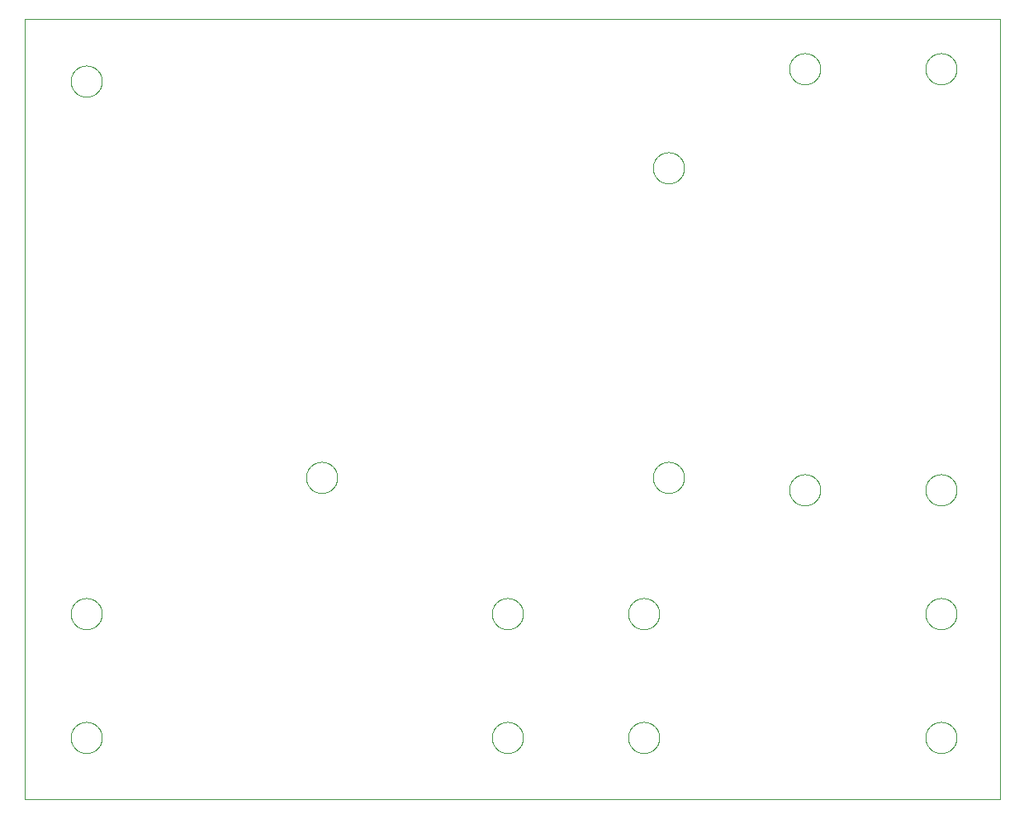
<source format=gbp>
G75*
%MOIN*%
%OFA0B0*%
%FSLAX25Y25*%
%IPPOS*%
%LPD*%
%AMOC8*
5,1,8,0,0,1.08239X$1,22.5*
%
%ADD10C,0.00000*%
D10*
X0002600Y0002600D02*
X0002600Y0317561D01*
X0396301Y0317561D01*
X0396301Y0002600D01*
X0002600Y0002600D01*
X0021301Y0027600D02*
X0021303Y0027758D01*
X0021309Y0027916D01*
X0021319Y0028074D01*
X0021333Y0028232D01*
X0021351Y0028389D01*
X0021372Y0028546D01*
X0021398Y0028702D01*
X0021428Y0028858D01*
X0021461Y0029013D01*
X0021499Y0029166D01*
X0021540Y0029319D01*
X0021585Y0029471D01*
X0021634Y0029622D01*
X0021687Y0029771D01*
X0021743Y0029919D01*
X0021803Y0030065D01*
X0021867Y0030210D01*
X0021935Y0030353D01*
X0022006Y0030495D01*
X0022080Y0030635D01*
X0022158Y0030772D01*
X0022240Y0030908D01*
X0022324Y0031042D01*
X0022413Y0031173D01*
X0022504Y0031302D01*
X0022599Y0031429D01*
X0022696Y0031554D01*
X0022797Y0031676D01*
X0022901Y0031795D01*
X0023008Y0031912D01*
X0023118Y0032026D01*
X0023231Y0032137D01*
X0023346Y0032246D01*
X0023464Y0032351D01*
X0023585Y0032453D01*
X0023708Y0032553D01*
X0023834Y0032649D01*
X0023962Y0032742D01*
X0024092Y0032832D01*
X0024225Y0032918D01*
X0024360Y0033002D01*
X0024496Y0033081D01*
X0024635Y0033158D01*
X0024776Y0033230D01*
X0024918Y0033300D01*
X0025062Y0033365D01*
X0025208Y0033427D01*
X0025355Y0033485D01*
X0025504Y0033540D01*
X0025654Y0033591D01*
X0025805Y0033638D01*
X0025957Y0033681D01*
X0026110Y0033720D01*
X0026265Y0033756D01*
X0026420Y0033787D01*
X0026576Y0033815D01*
X0026732Y0033839D01*
X0026889Y0033859D01*
X0027047Y0033875D01*
X0027204Y0033887D01*
X0027363Y0033895D01*
X0027521Y0033899D01*
X0027679Y0033899D01*
X0027837Y0033895D01*
X0027996Y0033887D01*
X0028153Y0033875D01*
X0028311Y0033859D01*
X0028468Y0033839D01*
X0028624Y0033815D01*
X0028780Y0033787D01*
X0028935Y0033756D01*
X0029090Y0033720D01*
X0029243Y0033681D01*
X0029395Y0033638D01*
X0029546Y0033591D01*
X0029696Y0033540D01*
X0029845Y0033485D01*
X0029992Y0033427D01*
X0030138Y0033365D01*
X0030282Y0033300D01*
X0030424Y0033230D01*
X0030565Y0033158D01*
X0030704Y0033081D01*
X0030840Y0033002D01*
X0030975Y0032918D01*
X0031108Y0032832D01*
X0031238Y0032742D01*
X0031366Y0032649D01*
X0031492Y0032553D01*
X0031615Y0032453D01*
X0031736Y0032351D01*
X0031854Y0032246D01*
X0031969Y0032137D01*
X0032082Y0032026D01*
X0032192Y0031912D01*
X0032299Y0031795D01*
X0032403Y0031676D01*
X0032504Y0031554D01*
X0032601Y0031429D01*
X0032696Y0031302D01*
X0032787Y0031173D01*
X0032876Y0031042D01*
X0032960Y0030908D01*
X0033042Y0030772D01*
X0033120Y0030635D01*
X0033194Y0030495D01*
X0033265Y0030353D01*
X0033333Y0030210D01*
X0033397Y0030065D01*
X0033457Y0029919D01*
X0033513Y0029771D01*
X0033566Y0029622D01*
X0033615Y0029471D01*
X0033660Y0029319D01*
X0033701Y0029166D01*
X0033739Y0029013D01*
X0033772Y0028858D01*
X0033802Y0028702D01*
X0033828Y0028546D01*
X0033849Y0028389D01*
X0033867Y0028232D01*
X0033881Y0028074D01*
X0033891Y0027916D01*
X0033897Y0027758D01*
X0033899Y0027600D01*
X0033897Y0027442D01*
X0033891Y0027284D01*
X0033881Y0027126D01*
X0033867Y0026968D01*
X0033849Y0026811D01*
X0033828Y0026654D01*
X0033802Y0026498D01*
X0033772Y0026342D01*
X0033739Y0026187D01*
X0033701Y0026034D01*
X0033660Y0025881D01*
X0033615Y0025729D01*
X0033566Y0025578D01*
X0033513Y0025429D01*
X0033457Y0025281D01*
X0033397Y0025135D01*
X0033333Y0024990D01*
X0033265Y0024847D01*
X0033194Y0024705D01*
X0033120Y0024565D01*
X0033042Y0024428D01*
X0032960Y0024292D01*
X0032876Y0024158D01*
X0032787Y0024027D01*
X0032696Y0023898D01*
X0032601Y0023771D01*
X0032504Y0023646D01*
X0032403Y0023524D01*
X0032299Y0023405D01*
X0032192Y0023288D01*
X0032082Y0023174D01*
X0031969Y0023063D01*
X0031854Y0022954D01*
X0031736Y0022849D01*
X0031615Y0022747D01*
X0031492Y0022647D01*
X0031366Y0022551D01*
X0031238Y0022458D01*
X0031108Y0022368D01*
X0030975Y0022282D01*
X0030840Y0022198D01*
X0030704Y0022119D01*
X0030565Y0022042D01*
X0030424Y0021970D01*
X0030282Y0021900D01*
X0030138Y0021835D01*
X0029992Y0021773D01*
X0029845Y0021715D01*
X0029696Y0021660D01*
X0029546Y0021609D01*
X0029395Y0021562D01*
X0029243Y0021519D01*
X0029090Y0021480D01*
X0028935Y0021444D01*
X0028780Y0021413D01*
X0028624Y0021385D01*
X0028468Y0021361D01*
X0028311Y0021341D01*
X0028153Y0021325D01*
X0027996Y0021313D01*
X0027837Y0021305D01*
X0027679Y0021301D01*
X0027521Y0021301D01*
X0027363Y0021305D01*
X0027204Y0021313D01*
X0027047Y0021325D01*
X0026889Y0021341D01*
X0026732Y0021361D01*
X0026576Y0021385D01*
X0026420Y0021413D01*
X0026265Y0021444D01*
X0026110Y0021480D01*
X0025957Y0021519D01*
X0025805Y0021562D01*
X0025654Y0021609D01*
X0025504Y0021660D01*
X0025355Y0021715D01*
X0025208Y0021773D01*
X0025062Y0021835D01*
X0024918Y0021900D01*
X0024776Y0021970D01*
X0024635Y0022042D01*
X0024496Y0022119D01*
X0024360Y0022198D01*
X0024225Y0022282D01*
X0024092Y0022368D01*
X0023962Y0022458D01*
X0023834Y0022551D01*
X0023708Y0022647D01*
X0023585Y0022747D01*
X0023464Y0022849D01*
X0023346Y0022954D01*
X0023231Y0023063D01*
X0023118Y0023174D01*
X0023008Y0023288D01*
X0022901Y0023405D01*
X0022797Y0023524D01*
X0022696Y0023646D01*
X0022599Y0023771D01*
X0022504Y0023898D01*
X0022413Y0024027D01*
X0022324Y0024158D01*
X0022240Y0024292D01*
X0022158Y0024428D01*
X0022080Y0024565D01*
X0022006Y0024705D01*
X0021935Y0024847D01*
X0021867Y0024990D01*
X0021803Y0025135D01*
X0021743Y0025281D01*
X0021687Y0025429D01*
X0021634Y0025578D01*
X0021585Y0025729D01*
X0021540Y0025881D01*
X0021499Y0026034D01*
X0021461Y0026187D01*
X0021428Y0026342D01*
X0021398Y0026498D01*
X0021372Y0026654D01*
X0021351Y0026811D01*
X0021333Y0026968D01*
X0021319Y0027126D01*
X0021309Y0027284D01*
X0021303Y0027442D01*
X0021301Y0027600D01*
X0021301Y0077600D02*
X0021303Y0077758D01*
X0021309Y0077916D01*
X0021319Y0078074D01*
X0021333Y0078232D01*
X0021351Y0078389D01*
X0021372Y0078546D01*
X0021398Y0078702D01*
X0021428Y0078858D01*
X0021461Y0079013D01*
X0021499Y0079166D01*
X0021540Y0079319D01*
X0021585Y0079471D01*
X0021634Y0079622D01*
X0021687Y0079771D01*
X0021743Y0079919D01*
X0021803Y0080065D01*
X0021867Y0080210D01*
X0021935Y0080353D01*
X0022006Y0080495D01*
X0022080Y0080635D01*
X0022158Y0080772D01*
X0022240Y0080908D01*
X0022324Y0081042D01*
X0022413Y0081173D01*
X0022504Y0081302D01*
X0022599Y0081429D01*
X0022696Y0081554D01*
X0022797Y0081676D01*
X0022901Y0081795D01*
X0023008Y0081912D01*
X0023118Y0082026D01*
X0023231Y0082137D01*
X0023346Y0082246D01*
X0023464Y0082351D01*
X0023585Y0082453D01*
X0023708Y0082553D01*
X0023834Y0082649D01*
X0023962Y0082742D01*
X0024092Y0082832D01*
X0024225Y0082918D01*
X0024360Y0083002D01*
X0024496Y0083081D01*
X0024635Y0083158D01*
X0024776Y0083230D01*
X0024918Y0083300D01*
X0025062Y0083365D01*
X0025208Y0083427D01*
X0025355Y0083485D01*
X0025504Y0083540D01*
X0025654Y0083591D01*
X0025805Y0083638D01*
X0025957Y0083681D01*
X0026110Y0083720D01*
X0026265Y0083756D01*
X0026420Y0083787D01*
X0026576Y0083815D01*
X0026732Y0083839D01*
X0026889Y0083859D01*
X0027047Y0083875D01*
X0027204Y0083887D01*
X0027363Y0083895D01*
X0027521Y0083899D01*
X0027679Y0083899D01*
X0027837Y0083895D01*
X0027996Y0083887D01*
X0028153Y0083875D01*
X0028311Y0083859D01*
X0028468Y0083839D01*
X0028624Y0083815D01*
X0028780Y0083787D01*
X0028935Y0083756D01*
X0029090Y0083720D01*
X0029243Y0083681D01*
X0029395Y0083638D01*
X0029546Y0083591D01*
X0029696Y0083540D01*
X0029845Y0083485D01*
X0029992Y0083427D01*
X0030138Y0083365D01*
X0030282Y0083300D01*
X0030424Y0083230D01*
X0030565Y0083158D01*
X0030704Y0083081D01*
X0030840Y0083002D01*
X0030975Y0082918D01*
X0031108Y0082832D01*
X0031238Y0082742D01*
X0031366Y0082649D01*
X0031492Y0082553D01*
X0031615Y0082453D01*
X0031736Y0082351D01*
X0031854Y0082246D01*
X0031969Y0082137D01*
X0032082Y0082026D01*
X0032192Y0081912D01*
X0032299Y0081795D01*
X0032403Y0081676D01*
X0032504Y0081554D01*
X0032601Y0081429D01*
X0032696Y0081302D01*
X0032787Y0081173D01*
X0032876Y0081042D01*
X0032960Y0080908D01*
X0033042Y0080772D01*
X0033120Y0080635D01*
X0033194Y0080495D01*
X0033265Y0080353D01*
X0033333Y0080210D01*
X0033397Y0080065D01*
X0033457Y0079919D01*
X0033513Y0079771D01*
X0033566Y0079622D01*
X0033615Y0079471D01*
X0033660Y0079319D01*
X0033701Y0079166D01*
X0033739Y0079013D01*
X0033772Y0078858D01*
X0033802Y0078702D01*
X0033828Y0078546D01*
X0033849Y0078389D01*
X0033867Y0078232D01*
X0033881Y0078074D01*
X0033891Y0077916D01*
X0033897Y0077758D01*
X0033899Y0077600D01*
X0033897Y0077442D01*
X0033891Y0077284D01*
X0033881Y0077126D01*
X0033867Y0076968D01*
X0033849Y0076811D01*
X0033828Y0076654D01*
X0033802Y0076498D01*
X0033772Y0076342D01*
X0033739Y0076187D01*
X0033701Y0076034D01*
X0033660Y0075881D01*
X0033615Y0075729D01*
X0033566Y0075578D01*
X0033513Y0075429D01*
X0033457Y0075281D01*
X0033397Y0075135D01*
X0033333Y0074990D01*
X0033265Y0074847D01*
X0033194Y0074705D01*
X0033120Y0074565D01*
X0033042Y0074428D01*
X0032960Y0074292D01*
X0032876Y0074158D01*
X0032787Y0074027D01*
X0032696Y0073898D01*
X0032601Y0073771D01*
X0032504Y0073646D01*
X0032403Y0073524D01*
X0032299Y0073405D01*
X0032192Y0073288D01*
X0032082Y0073174D01*
X0031969Y0073063D01*
X0031854Y0072954D01*
X0031736Y0072849D01*
X0031615Y0072747D01*
X0031492Y0072647D01*
X0031366Y0072551D01*
X0031238Y0072458D01*
X0031108Y0072368D01*
X0030975Y0072282D01*
X0030840Y0072198D01*
X0030704Y0072119D01*
X0030565Y0072042D01*
X0030424Y0071970D01*
X0030282Y0071900D01*
X0030138Y0071835D01*
X0029992Y0071773D01*
X0029845Y0071715D01*
X0029696Y0071660D01*
X0029546Y0071609D01*
X0029395Y0071562D01*
X0029243Y0071519D01*
X0029090Y0071480D01*
X0028935Y0071444D01*
X0028780Y0071413D01*
X0028624Y0071385D01*
X0028468Y0071361D01*
X0028311Y0071341D01*
X0028153Y0071325D01*
X0027996Y0071313D01*
X0027837Y0071305D01*
X0027679Y0071301D01*
X0027521Y0071301D01*
X0027363Y0071305D01*
X0027204Y0071313D01*
X0027047Y0071325D01*
X0026889Y0071341D01*
X0026732Y0071361D01*
X0026576Y0071385D01*
X0026420Y0071413D01*
X0026265Y0071444D01*
X0026110Y0071480D01*
X0025957Y0071519D01*
X0025805Y0071562D01*
X0025654Y0071609D01*
X0025504Y0071660D01*
X0025355Y0071715D01*
X0025208Y0071773D01*
X0025062Y0071835D01*
X0024918Y0071900D01*
X0024776Y0071970D01*
X0024635Y0072042D01*
X0024496Y0072119D01*
X0024360Y0072198D01*
X0024225Y0072282D01*
X0024092Y0072368D01*
X0023962Y0072458D01*
X0023834Y0072551D01*
X0023708Y0072647D01*
X0023585Y0072747D01*
X0023464Y0072849D01*
X0023346Y0072954D01*
X0023231Y0073063D01*
X0023118Y0073174D01*
X0023008Y0073288D01*
X0022901Y0073405D01*
X0022797Y0073524D01*
X0022696Y0073646D01*
X0022599Y0073771D01*
X0022504Y0073898D01*
X0022413Y0074027D01*
X0022324Y0074158D01*
X0022240Y0074292D01*
X0022158Y0074428D01*
X0022080Y0074565D01*
X0022006Y0074705D01*
X0021935Y0074847D01*
X0021867Y0074990D01*
X0021803Y0075135D01*
X0021743Y0075281D01*
X0021687Y0075429D01*
X0021634Y0075578D01*
X0021585Y0075729D01*
X0021540Y0075881D01*
X0021499Y0076034D01*
X0021461Y0076187D01*
X0021428Y0076342D01*
X0021398Y0076498D01*
X0021372Y0076654D01*
X0021351Y0076811D01*
X0021333Y0076968D01*
X0021319Y0077126D01*
X0021309Y0077284D01*
X0021303Y0077442D01*
X0021301Y0077600D01*
X0116301Y0132600D02*
X0116303Y0132758D01*
X0116309Y0132916D01*
X0116319Y0133074D01*
X0116333Y0133232D01*
X0116351Y0133389D01*
X0116372Y0133546D01*
X0116398Y0133702D01*
X0116428Y0133858D01*
X0116461Y0134013D01*
X0116499Y0134166D01*
X0116540Y0134319D01*
X0116585Y0134471D01*
X0116634Y0134622D01*
X0116687Y0134771D01*
X0116743Y0134919D01*
X0116803Y0135065D01*
X0116867Y0135210D01*
X0116935Y0135353D01*
X0117006Y0135495D01*
X0117080Y0135635D01*
X0117158Y0135772D01*
X0117240Y0135908D01*
X0117324Y0136042D01*
X0117413Y0136173D01*
X0117504Y0136302D01*
X0117599Y0136429D01*
X0117696Y0136554D01*
X0117797Y0136676D01*
X0117901Y0136795D01*
X0118008Y0136912D01*
X0118118Y0137026D01*
X0118231Y0137137D01*
X0118346Y0137246D01*
X0118464Y0137351D01*
X0118585Y0137453D01*
X0118708Y0137553D01*
X0118834Y0137649D01*
X0118962Y0137742D01*
X0119092Y0137832D01*
X0119225Y0137918D01*
X0119360Y0138002D01*
X0119496Y0138081D01*
X0119635Y0138158D01*
X0119776Y0138230D01*
X0119918Y0138300D01*
X0120062Y0138365D01*
X0120208Y0138427D01*
X0120355Y0138485D01*
X0120504Y0138540D01*
X0120654Y0138591D01*
X0120805Y0138638D01*
X0120957Y0138681D01*
X0121110Y0138720D01*
X0121265Y0138756D01*
X0121420Y0138787D01*
X0121576Y0138815D01*
X0121732Y0138839D01*
X0121889Y0138859D01*
X0122047Y0138875D01*
X0122204Y0138887D01*
X0122363Y0138895D01*
X0122521Y0138899D01*
X0122679Y0138899D01*
X0122837Y0138895D01*
X0122996Y0138887D01*
X0123153Y0138875D01*
X0123311Y0138859D01*
X0123468Y0138839D01*
X0123624Y0138815D01*
X0123780Y0138787D01*
X0123935Y0138756D01*
X0124090Y0138720D01*
X0124243Y0138681D01*
X0124395Y0138638D01*
X0124546Y0138591D01*
X0124696Y0138540D01*
X0124845Y0138485D01*
X0124992Y0138427D01*
X0125138Y0138365D01*
X0125282Y0138300D01*
X0125424Y0138230D01*
X0125565Y0138158D01*
X0125704Y0138081D01*
X0125840Y0138002D01*
X0125975Y0137918D01*
X0126108Y0137832D01*
X0126238Y0137742D01*
X0126366Y0137649D01*
X0126492Y0137553D01*
X0126615Y0137453D01*
X0126736Y0137351D01*
X0126854Y0137246D01*
X0126969Y0137137D01*
X0127082Y0137026D01*
X0127192Y0136912D01*
X0127299Y0136795D01*
X0127403Y0136676D01*
X0127504Y0136554D01*
X0127601Y0136429D01*
X0127696Y0136302D01*
X0127787Y0136173D01*
X0127876Y0136042D01*
X0127960Y0135908D01*
X0128042Y0135772D01*
X0128120Y0135635D01*
X0128194Y0135495D01*
X0128265Y0135353D01*
X0128333Y0135210D01*
X0128397Y0135065D01*
X0128457Y0134919D01*
X0128513Y0134771D01*
X0128566Y0134622D01*
X0128615Y0134471D01*
X0128660Y0134319D01*
X0128701Y0134166D01*
X0128739Y0134013D01*
X0128772Y0133858D01*
X0128802Y0133702D01*
X0128828Y0133546D01*
X0128849Y0133389D01*
X0128867Y0133232D01*
X0128881Y0133074D01*
X0128891Y0132916D01*
X0128897Y0132758D01*
X0128899Y0132600D01*
X0128897Y0132442D01*
X0128891Y0132284D01*
X0128881Y0132126D01*
X0128867Y0131968D01*
X0128849Y0131811D01*
X0128828Y0131654D01*
X0128802Y0131498D01*
X0128772Y0131342D01*
X0128739Y0131187D01*
X0128701Y0131034D01*
X0128660Y0130881D01*
X0128615Y0130729D01*
X0128566Y0130578D01*
X0128513Y0130429D01*
X0128457Y0130281D01*
X0128397Y0130135D01*
X0128333Y0129990D01*
X0128265Y0129847D01*
X0128194Y0129705D01*
X0128120Y0129565D01*
X0128042Y0129428D01*
X0127960Y0129292D01*
X0127876Y0129158D01*
X0127787Y0129027D01*
X0127696Y0128898D01*
X0127601Y0128771D01*
X0127504Y0128646D01*
X0127403Y0128524D01*
X0127299Y0128405D01*
X0127192Y0128288D01*
X0127082Y0128174D01*
X0126969Y0128063D01*
X0126854Y0127954D01*
X0126736Y0127849D01*
X0126615Y0127747D01*
X0126492Y0127647D01*
X0126366Y0127551D01*
X0126238Y0127458D01*
X0126108Y0127368D01*
X0125975Y0127282D01*
X0125840Y0127198D01*
X0125704Y0127119D01*
X0125565Y0127042D01*
X0125424Y0126970D01*
X0125282Y0126900D01*
X0125138Y0126835D01*
X0124992Y0126773D01*
X0124845Y0126715D01*
X0124696Y0126660D01*
X0124546Y0126609D01*
X0124395Y0126562D01*
X0124243Y0126519D01*
X0124090Y0126480D01*
X0123935Y0126444D01*
X0123780Y0126413D01*
X0123624Y0126385D01*
X0123468Y0126361D01*
X0123311Y0126341D01*
X0123153Y0126325D01*
X0122996Y0126313D01*
X0122837Y0126305D01*
X0122679Y0126301D01*
X0122521Y0126301D01*
X0122363Y0126305D01*
X0122204Y0126313D01*
X0122047Y0126325D01*
X0121889Y0126341D01*
X0121732Y0126361D01*
X0121576Y0126385D01*
X0121420Y0126413D01*
X0121265Y0126444D01*
X0121110Y0126480D01*
X0120957Y0126519D01*
X0120805Y0126562D01*
X0120654Y0126609D01*
X0120504Y0126660D01*
X0120355Y0126715D01*
X0120208Y0126773D01*
X0120062Y0126835D01*
X0119918Y0126900D01*
X0119776Y0126970D01*
X0119635Y0127042D01*
X0119496Y0127119D01*
X0119360Y0127198D01*
X0119225Y0127282D01*
X0119092Y0127368D01*
X0118962Y0127458D01*
X0118834Y0127551D01*
X0118708Y0127647D01*
X0118585Y0127747D01*
X0118464Y0127849D01*
X0118346Y0127954D01*
X0118231Y0128063D01*
X0118118Y0128174D01*
X0118008Y0128288D01*
X0117901Y0128405D01*
X0117797Y0128524D01*
X0117696Y0128646D01*
X0117599Y0128771D01*
X0117504Y0128898D01*
X0117413Y0129027D01*
X0117324Y0129158D01*
X0117240Y0129292D01*
X0117158Y0129428D01*
X0117080Y0129565D01*
X0117006Y0129705D01*
X0116935Y0129847D01*
X0116867Y0129990D01*
X0116803Y0130135D01*
X0116743Y0130281D01*
X0116687Y0130429D01*
X0116634Y0130578D01*
X0116585Y0130729D01*
X0116540Y0130881D01*
X0116499Y0131034D01*
X0116461Y0131187D01*
X0116428Y0131342D01*
X0116398Y0131498D01*
X0116372Y0131654D01*
X0116351Y0131811D01*
X0116333Y0131968D01*
X0116319Y0132126D01*
X0116309Y0132284D01*
X0116303Y0132442D01*
X0116301Y0132600D01*
X0191301Y0077600D02*
X0191303Y0077758D01*
X0191309Y0077916D01*
X0191319Y0078074D01*
X0191333Y0078232D01*
X0191351Y0078389D01*
X0191372Y0078546D01*
X0191398Y0078702D01*
X0191428Y0078858D01*
X0191461Y0079013D01*
X0191499Y0079166D01*
X0191540Y0079319D01*
X0191585Y0079471D01*
X0191634Y0079622D01*
X0191687Y0079771D01*
X0191743Y0079919D01*
X0191803Y0080065D01*
X0191867Y0080210D01*
X0191935Y0080353D01*
X0192006Y0080495D01*
X0192080Y0080635D01*
X0192158Y0080772D01*
X0192240Y0080908D01*
X0192324Y0081042D01*
X0192413Y0081173D01*
X0192504Y0081302D01*
X0192599Y0081429D01*
X0192696Y0081554D01*
X0192797Y0081676D01*
X0192901Y0081795D01*
X0193008Y0081912D01*
X0193118Y0082026D01*
X0193231Y0082137D01*
X0193346Y0082246D01*
X0193464Y0082351D01*
X0193585Y0082453D01*
X0193708Y0082553D01*
X0193834Y0082649D01*
X0193962Y0082742D01*
X0194092Y0082832D01*
X0194225Y0082918D01*
X0194360Y0083002D01*
X0194496Y0083081D01*
X0194635Y0083158D01*
X0194776Y0083230D01*
X0194918Y0083300D01*
X0195062Y0083365D01*
X0195208Y0083427D01*
X0195355Y0083485D01*
X0195504Y0083540D01*
X0195654Y0083591D01*
X0195805Y0083638D01*
X0195957Y0083681D01*
X0196110Y0083720D01*
X0196265Y0083756D01*
X0196420Y0083787D01*
X0196576Y0083815D01*
X0196732Y0083839D01*
X0196889Y0083859D01*
X0197047Y0083875D01*
X0197204Y0083887D01*
X0197363Y0083895D01*
X0197521Y0083899D01*
X0197679Y0083899D01*
X0197837Y0083895D01*
X0197996Y0083887D01*
X0198153Y0083875D01*
X0198311Y0083859D01*
X0198468Y0083839D01*
X0198624Y0083815D01*
X0198780Y0083787D01*
X0198935Y0083756D01*
X0199090Y0083720D01*
X0199243Y0083681D01*
X0199395Y0083638D01*
X0199546Y0083591D01*
X0199696Y0083540D01*
X0199845Y0083485D01*
X0199992Y0083427D01*
X0200138Y0083365D01*
X0200282Y0083300D01*
X0200424Y0083230D01*
X0200565Y0083158D01*
X0200704Y0083081D01*
X0200840Y0083002D01*
X0200975Y0082918D01*
X0201108Y0082832D01*
X0201238Y0082742D01*
X0201366Y0082649D01*
X0201492Y0082553D01*
X0201615Y0082453D01*
X0201736Y0082351D01*
X0201854Y0082246D01*
X0201969Y0082137D01*
X0202082Y0082026D01*
X0202192Y0081912D01*
X0202299Y0081795D01*
X0202403Y0081676D01*
X0202504Y0081554D01*
X0202601Y0081429D01*
X0202696Y0081302D01*
X0202787Y0081173D01*
X0202876Y0081042D01*
X0202960Y0080908D01*
X0203042Y0080772D01*
X0203120Y0080635D01*
X0203194Y0080495D01*
X0203265Y0080353D01*
X0203333Y0080210D01*
X0203397Y0080065D01*
X0203457Y0079919D01*
X0203513Y0079771D01*
X0203566Y0079622D01*
X0203615Y0079471D01*
X0203660Y0079319D01*
X0203701Y0079166D01*
X0203739Y0079013D01*
X0203772Y0078858D01*
X0203802Y0078702D01*
X0203828Y0078546D01*
X0203849Y0078389D01*
X0203867Y0078232D01*
X0203881Y0078074D01*
X0203891Y0077916D01*
X0203897Y0077758D01*
X0203899Y0077600D01*
X0203897Y0077442D01*
X0203891Y0077284D01*
X0203881Y0077126D01*
X0203867Y0076968D01*
X0203849Y0076811D01*
X0203828Y0076654D01*
X0203802Y0076498D01*
X0203772Y0076342D01*
X0203739Y0076187D01*
X0203701Y0076034D01*
X0203660Y0075881D01*
X0203615Y0075729D01*
X0203566Y0075578D01*
X0203513Y0075429D01*
X0203457Y0075281D01*
X0203397Y0075135D01*
X0203333Y0074990D01*
X0203265Y0074847D01*
X0203194Y0074705D01*
X0203120Y0074565D01*
X0203042Y0074428D01*
X0202960Y0074292D01*
X0202876Y0074158D01*
X0202787Y0074027D01*
X0202696Y0073898D01*
X0202601Y0073771D01*
X0202504Y0073646D01*
X0202403Y0073524D01*
X0202299Y0073405D01*
X0202192Y0073288D01*
X0202082Y0073174D01*
X0201969Y0073063D01*
X0201854Y0072954D01*
X0201736Y0072849D01*
X0201615Y0072747D01*
X0201492Y0072647D01*
X0201366Y0072551D01*
X0201238Y0072458D01*
X0201108Y0072368D01*
X0200975Y0072282D01*
X0200840Y0072198D01*
X0200704Y0072119D01*
X0200565Y0072042D01*
X0200424Y0071970D01*
X0200282Y0071900D01*
X0200138Y0071835D01*
X0199992Y0071773D01*
X0199845Y0071715D01*
X0199696Y0071660D01*
X0199546Y0071609D01*
X0199395Y0071562D01*
X0199243Y0071519D01*
X0199090Y0071480D01*
X0198935Y0071444D01*
X0198780Y0071413D01*
X0198624Y0071385D01*
X0198468Y0071361D01*
X0198311Y0071341D01*
X0198153Y0071325D01*
X0197996Y0071313D01*
X0197837Y0071305D01*
X0197679Y0071301D01*
X0197521Y0071301D01*
X0197363Y0071305D01*
X0197204Y0071313D01*
X0197047Y0071325D01*
X0196889Y0071341D01*
X0196732Y0071361D01*
X0196576Y0071385D01*
X0196420Y0071413D01*
X0196265Y0071444D01*
X0196110Y0071480D01*
X0195957Y0071519D01*
X0195805Y0071562D01*
X0195654Y0071609D01*
X0195504Y0071660D01*
X0195355Y0071715D01*
X0195208Y0071773D01*
X0195062Y0071835D01*
X0194918Y0071900D01*
X0194776Y0071970D01*
X0194635Y0072042D01*
X0194496Y0072119D01*
X0194360Y0072198D01*
X0194225Y0072282D01*
X0194092Y0072368D01*
X0193962Y0072458D01*
X0193834Y0072551D01*
X0193708Y0072647D01*
X0193585Y0072747D01*
X0193464Y0072849D01*
X0193346Y0072954D01*
X0193231Y0073063D01*
X0193118Y0073174D01*
X0193008Y0073288D01*
X0192901Y0073405D01*
X0192797Y0073524D01*
X0192696Y0073646D01*
X0192599Y0073771D01*
X0192504Y0073898D01*
X0192413Y0074027D01*
X0192324Y0074158D01*
X0192240Y0074292D01*
X0192158Y0074428D01*
X0192080Y0074565D01*
X0192006Y0074705D01*
X0191935Y0074847D01*
X0191867Y0074990D01*
X0191803Y0075135D01*
X0191743Y0075281D01*
X0191687Y0075429D01*
X0191634Y0075578D01*
X0191585Y0075729D01*
X0191540Y0075881D01*
X0191499Y0076034D01*
X0191461Y0076187D01*
X0191428Y0076342D01*
X0191398Y0076498D01*
X0191372Y0076654D01*
X0191351Y0076811D01*
X0191333Y0076968D01*
X0191319Y0077126D01*
X0191309Y0077284D01*
X0191303Y0077442D01*
X0191301Y0077600D01*
X0191301Y0027600D02*
X0191303Y0027758D01*
X0191309Y0027916D01*
X0191319Y0028074D01*
X0191333Y0028232D01*
X0191351Y0028389D01*
X0191372Y0028546D01*
X0191398Y0028702D01*
X0191428Y0028858D01*
X0191461Y0029013D01*
X0191499Y0029166D01*
X0191540Y0029319D01*
X0191585Y0029471D01*
X0191634Y0029622D01*
X0191687Y0029771D01*
X0191743Y0029919D01*
X0191803Y0030065D01*
X0191867Y0030210D01*
X0191935Y0030353D01*
X0192006Y0030495D01*
X0192080Y0030635D01*
X0192158Y0030772D01*
X0192240Y0030908D01*
X0192324Y0031042D01*
X0192413Y0031173D01*
X0192504Y0031302D01*
X0192599Y0031429D01*
X0192696Y0031554D01*
X0192797Y0031676D01*
X0192901Y0031795D01*
X0193008Y0031912D01*
X0193118Y0032026D01*
X0193231Y0032137D01*
X0193346Y0032246D01*
X0193464Y0032351D01*
X0193585Y0032453D01*
X0193708Y0032553D01*
X0193834Y0032649D01*
X0193962Y0032742D01*
X0194092Y0032832D01*
X0194225Y0032918D01*
X0194360Y0033002D01*
X0194496Y0033081D01*
X0194635Y0033158D01*
X0194776Y0033230D01*
X0194918Y0033300D01*
X0195062Y0033365D01*
X0195208Y0033427D01*
X0195355Y0033485D01*
X0195504Y0033540D01*
X0195654Y0033591D01*
X0195805Y0033638D01*
X0195957Y0033681D01*
X0196110Y0033720D01*
X0196265Y0033756D01*
X0196420Y0033787D01*
X0196576Y0033815D01*
X0196732Y0033839D01*
X0196889Y0033859D01*
X0197047Y0033875D01*
X0197204Y0033887D01*
X0197363Y0033895D01*
X0197521Y0033899D01*
X0197679Y0033899D01*
X0197837Y0033895D01*
X0197996Y0033887D01*
X0198153Y0033875D01*
X0198311Y0033859D01*
X0198468Y0033839D01*
X0198624Y0033815D01*
X0198780Y0033787D01*
X0198935Y0033756D01*
X0199090Y0033720D01*
X0199243Y0033681D01*
X0199395Y0033638D01*
X0199546Y0033591D01*
X0199696Y0033540D01*
X0199845Y0033485D01*
X0199992Y0033427D01*
X0200138Y0033365D01*
X0200282Y0033300D01*
X0200424Y0033230D01*
X0200565Y0033158D01*
X0200704Y0033081D01*
X0200840Y0033002D01*
X0200975Y0032918D01*
X0201108Y0032832D01*
X0201238Y0032742D01*
X0201366Y0032649D01*
X0201492Y0032553D01*
X0201615Y0032453D01*
X0201736Y0032351D01*
X0201854Y0032246D01*
X0201969Y0032137D01*
X0202082Y0032026D01*
X0202192Y0031912D01*
X0202299Y0031795D01*
X0202403Y0031676D01*
X0202504Y0031554D01*
X0202601Y0031429D01*
X0202696Y0031302D01*
X0202787Y0031173D01*
X0202876Y0031042D01*
X0202960Y0030908D01*
X0203042Y0030772D01*
X0203120Y0030635D01*
X0203194Y0030495D01*
X0203265Y0030353D01*
X0203333Y0030210D01*
X0203397Y0030065D01*
X0203457Y0029919D01*
X0203513Y0029771D01*
X0203566Y0029622D01*
X0203615Y0029471D01*
X0203660Y0029319D01*
X0203701Y0029166D01*
X0203739Y0029013D01*
X0203772Y0028858D01*
X0203802Y0028702D01*
X0203828Y0028546D01*
X0203849Y0028389D01*
X0203867Y0028232D01*
X0203881Y0028074D01*
X0203891Y0027916D01*
X0203897Y0027758D01*
X0203899Y0027600D01*
X0203897Y0027442D01*
X0203891Y0027284D01*
X0203881Y0027126D01*
X0203867Y0026968D01*
X0203849Y0026811D01*
X0203828Y0026654D01*
X0203802Y0026498D01*
X0203772Y0026342D01*
X0203739Y0026187D01*
X0203701Y0026034D01*
X0203660Y0025881D01*
X0203615Y0025729D01*
X0203566Y0025578D01*
X0203513Y0025429D01*
X0203457Y0025281D01*
X0203397Y0025135D01*
X0203333Y0024990D01*
X0203265Y0024847D01*
X0203194Y0024705D01*
X0203120Y0024565D01*
X0203042Y0024428D01*
X0202960Y0024292D01*
X0202876Y0024158D01*
X0202787Y0024027D01*
X0202696Y0023898D01*
X0202601Y0023771D01*
X0202504Y0023646D01*
X0202403Y0023524D01*
X0202299Y0023405D01*
X0202192Y0023288D01*
X0202082Y0023174D01*
X0201969Y0023063D01*
X0201854Y0022954D01*
X0201736Y0022849D01*
X0201615Y0022747D01*
X0201492Y0022647D01*
X0201366Y0022551D01*
X0201238Y0022458D01*
X0201108Y0022368D01*
X0200975Y0022282D01*
X0200840Y0022198D01*
X0200704Y0022119D01*
X0200565Y0022042D01*
X0200424Y0021970D01*
X0200282Y0021900D01*
X0200138Y0021835D01*
X0199992Y0021773D01*
X0199845Y0021715D01*
X0199696Y0021660D01*
X0199546Y0021609D01*
X0199395Y0021562D01*
X0199243Y0021519D01*
X0199090Y0021480D01*
X0198935Y0021444D01*
X0198780Y0021413D01*
X0198624Y0021385D01*
X0198468Y0021361D01*
X0198311Y0021341D01*
X0198153Y0021325D01*
X0197996Y0021313D01*
X0197837Y0021305D01*
X0197679Y0021301D01*
X0197521Y0021301D01*
X0197363Y0021305D01*
X0197204Y0021313D01*
X0197047Y0021325D01*
X0196889Y0021341D01*
X0196732Y0021361D01*
X0196576Y0021385D01*
X0196420Y0021413D01*
X0196265Y0021444D01*
X0196110Y0021480D01*
X0195957Y0021519D01*
X0195805Y0021562D01*
X0195654Y0021609D01*
X0195504Y0021660D01*
X0195355Y0021715D01*
X0195208Y0021773D01*
X0195062Y0021835D01*
X0194918Y0021900D01*
X0194776Y0021970D01*
X0194635Y0022042D01*
X0194496Y0022119D01*
X0194360Y0022198D01*
X0194225Y0022282D01*
X0194092Y0022368D01*
X0193962Y0022458D01*
X0193834Y0022551D01*
X0193708Y0022647D01*
X0193585Y0022747D01*
X0193464Y0022849D01*
X0193346Y0022954D01*
X0193231Y0023063D01*
X0193118Y0023174D01*
X0193008Y0023288D01*
X0192901Y0023405D01*
X0192797Y0023524D01*
X0192696Y0023646D01*
X0192599Y0023771D01*
X0192504Y0023898D01*
X0192413Y0024027D01*
X0192324Y0024158D01*
X0192240Y0024292D01*
X0192158Y0024428D01*
X0192080Y0024565D01*
X0192006Y0024705D01*
X0191935Y0024847D01*
X0191867Y0024990D01*
X0191803Y0025135D01*
X0191743Y0025281D01*
X0191687Y0025429D01*
X0191634Y0025578D01*
X0191585Y0025729D01*
X0191540Y0025881D01*
X0191499Y0026034D01*
X0191461Y0026187D01*
X0191428Y0026342D01*
X0191398Y0026498D01*
X0191372Y0026654D01*
X0191351Y0026811D01*
X0191333Y0026968D01*
X0191319Y0027126D01*
X0191309Y0027284D01*
X0191303Y0027442D01*
X0191301Y0027600D01*
X0246301Y0027600D02*
X0246303Y0027758D01*
X0246309Y0027916D01*
X0246319Y0028074D01*
X0246333Y0028232D01*
X0246351Y0028389D01*
X0246372Y0028546D01*
X0246398Y0028702D01*
X0246428Y0028858D01*
X0246461Y0029013D01*
X0246499Y0029166D01*
X0246540Y0029319D01*
X0246585Y0029471D01*
X0246634Y0029622D01*
X0246687Y0029771D01*
X0246743Y0029919D01*
X0246803Y0030065D01*
X0246867Y0030210D01*
X0246935Y0030353D01*
X0247006Y0030495D01*
X0247080Y0030635D01*
X0247158Y0030772D01*
X0247240Y0030908D01*
X0247324Y0031042D01*
X0247413Y0031173D01*
X0247504Y0031302D01*
X0247599Y0031429D01*
X0247696Y0031554D01*
X0247797Y0031676D01*
X0247901Y0031795D01*
X0248008Y0031912D01*
X0248118Y0032026D01*
X0248231Y0032137D01*
X0248346Y0032246D01*
X0248464Y0032351D01*
X0248585Y0032453D01*
X0248708Y0032553D01*
X0248834Y0032649D01*
X0248962Y0032742D01*
X0249092Y0032832D01*
X0249225Y0032918D01*
X0249360Y0033002D01*
X0249496Y0033081D01*
X0249635Y0033158D01*
X0249776Y0033230D01*
X0249918Y0033300D01*
X0250062Y0033365D01*
X0250208Y0033427D01*
X0250355Y0033485D01*
X0250504Y0033540D01*
X0250654Y0033591D01*
X0250805Y0033638D01*
X0250957Y0033681D01*
X0251110Y0033720D01*
X0251265Y0033756D01*
X0251420Y0033787D01*
X0251576Y0033815D01*
X0251732Y0033839D01*
X0251889Y0033859D01*
X0252047Y0033875D01*
X0252204Y0033887D01*
X0252363Y0033895D01*
X0252521Y0033899D01*
X0252679Y0033899D01*
X0252837Y0033895D01*
X0252996Y0033887D01*
X0253153Y0033875D01*
X0253311Y0033859D01*
X0253468Y0033839D01*
X0253624Y0033815D01*
X0253780Y0033787D01*
X0253935Y0033756D01*
X0254090Y0033720D01*
X0254243Y0033681D01*
X0254395Y0033638D01*
X0254546Y0033591D01*
X0254696Y0033540D01*
X0254845Y0033485D01*
X0254992Y0033427D01*
X0255138Y0033365D01*
X0255282Y0033300D01*
X0255424Y0033230D01*
X0255565Y0033158D01*
X0255704Y0033081D01*
X0255840Y0033002D01*
X0255975Y0032918D01*
X0256108Y0032832D01*
X0256238Y0032742D01*
X0256366Y0032649D01*
X0256492Y0032553D01*
X0256615Y0032453D01*
X0256736Y0032351D01*
X0256854Y0032246D01*
X0256969Y0032137D01*
X0257082Y0032026D01*
X0257192Y0031912D01*
X0257299Y0031795D01*
X0257403Y0031676D01*
X0257504Y0031554D01*
X0257601Y0031429D01*
X0257696Y0031302D01*
X0257787Y0031173D01*
X0257876Y0031042D01*
X0257960Y0030908D01*
X0258042Y0030772D01*
X0258120Y0030635D01*
X0258194Y0030495D01*
X0258265Y0030353D01*
X0258333Y0030210D01*
X0258397Y0030065D01*
X0258457Y0029919D01*
X0258513Y0029771D01*
X0258566Y0029622D01*
X0258615Y0029471D01*
X0258660Y0029319D01*
X0258701Y0029166D01*
X0258739Y0029013D01*
X0258772Y0028858D01*
X0258802Y0028702D01*
X0258828Y0028546D01*
X0258849Y0028389D01*
X0258867Y0028232D01*
X0258881Y0028074D01*
X0258891Y0027916D01*
X0258897Y0027758D01*
X0258899Y0027600D01*
X0258897Y0027442D01*
X0258891Y0027284D01*
X0258881Y0027126D01*
X0258867Y0026968D01*
X0258849Y0026811D01*
X0258828Y0026654D01*
X0258802Y0026498D01*
X0258772Y0026342D01*
X0258739Y0026187D01*
X0258701Y0026034D01*
X0258660Y0025881D01*
X0258615Y0025729D01*
X0258566Y0025578D01*
X0258513Y0025429D01*
X0258457Y0025281D01*
X0258397Y0025135D01*
X0258333Y0024990D01*
X0258265Y0024847D01*
X0258194Y0024705D01*
X0258120Y0024565D01*
X0258042Y0024428D01*
X0257960Y0024292D01*
X0257876Y0024158D01*
X0257787Y0024027D01*
X0257696Y0023898D01*
X0257601Y0023771D01*
X0257504Y0023646D01*
X0257403Y0023524D01*
X0257299Y0023405D01*
X0257192Y0023288D01*
X0257082Y0023174D01*
X0256969Y0023063D01*
X0256854Y0022954D01*
X0256736Y0022849D01*
X0256615Y0022747D01*
X0256492Y0022647D01*
X0256366Y0022551D01*
X0256238Y0022458D01*
X0256108Y0022368D01*
X0255975Y0022282D01*
X0255840Y0022198D01*
X0255704Y0022119D01*
X0255565Y0022042D01*
X0255424Y0021970D01*
X0255282Y0021900D01*
X0255138Y0021835D01*
X0254992Y0021773D01*
X0254845Y0021715D01*
X0254696Y0021660D01*
X0254546Y0021609D01*
X0254395Y0021562D01*
X0254243Y0021519D01*
X0254090Y0021480D01*
X0253935Y0021444D01*
X0253780Y0021413D01*
X0253624Y0021385D01*
X0253468Y0021361D01*
X0253311Y0021341D01*
X0253153Y0021325D01*
X0252996Y0021313D01*
X0252837Y0021305D01*
X0252679Y0021301D01*
X0252521Y0021301D01*
X0252363Y0021305D01*
X0252204Y0021313D01*
X0252047Y0021325D01*
X0251889Y0021341D01*
X0251732Y0021361D01*
X0251576Y0021385D01*
X0251420Y0021413D01*
X0251265Y0021444D01*
X0251110Y0021480D01*
X0250957Y0021519D01*
X0250805Y0021562D01*
X0250654Y0021609D01*
X0250504Y0021660D01*
X0250355Y0021715D01*
X0250208Y0021773D01*
X0250062Y0021835D01*
X0249918Y0021900D01*
X0249776Y0021970D01*
X0249635Y0022042D01*
X0249496Y0022119D01*
X0249360Y0022198D01*
X0249225Y0022282D01*
X0249092Y0022368D01*
X0248962Y0022458D01*
X0248834Y0022551D01*
X0248708Y0022647D01*
X0248585Y0022747D01*
X0248464Y0022849D01*
X0248346Y0022954D01*
X0248231Y0023063D01*
X0248118Y0023174D01*
X0248008Y0023288D01*
X0247901Y0023405D01*
X0247797Y0023524D01*
X0247696Y0023646D01*
X0247599Y0023771D01*
X0247504Y0023898D01*
X0247413Y0024027D01*
X0247324Y0024158D01*
X0247240Y0024292D01*
X0247158Y0024428D01*
X0247080Y0024565D01*
X0247006Y0024705D01*
X0246935Y0024847D01*
X0246867Y0024990D01*
X0246803Y0025135D01*
X0246743Y0025281D01*
X0246687Y0025429D01*
X0246634Y0025578D01*
X0246585Y0025729D01*
X0246540Y0025881D01*
X0246499Y0026034D01*
X0246461Y0026187D01*
X0246428Y0026342D01*
X0246398Y0026498D01*
X0246372Y0026654D01*
X0246351Y0026811D01*
X0246333Y0026968D01*
X0246319Y0027126D01*
X0246309Y0027284D01*
X0246303Y0027442D01*
X0246301Y0027600D01*
X0246301Y0077600D02*
X0246303Y0077758D01*
X0246309Y0077916D01*
X0246319Y0078074D01*
X0246333Y0078232D01*
X0246351Y0078389D01*
X0246372Y0078546D01*
X0246398Y0078702D01*
X0246428Y0078858D01*
X0246461Y0079013D01*
X0246499Y0079166D01*
X0246540Y0079319D01*
X0246585Y0079471D01*
X0246634Y0079622D01*
X0246687Y0079771D01*
X0246743Y0079919D01*
X0246803Y0080065D01*
X0246867Y0080210D01*
X0246935Y0080353D01*
X0247006Y0080495D01*
X0247080Y0080635D01*
X0247158Y0080772D01*
X0247240Y0080908D01*
X0247324Y0081042D01*
X0247413Y0081173D01*
X0247504Y0081302D01*
X0247599Y0081429D01*
X0247696Y0081554D01*
X0247797Y0081676D01*
X0247901Y0081795D01*
X0248008Y0081912D01*
X0248118Y0082026D01*
X0248231Y0082137D01*
X0248346Y0082246D01*
X0248464Y0082351D01*
X0248585Y0082453D01*
X0248708Y0082553D01*
X0248834Y0082649D01*
X0248962Y0082742D01*
X0249092Y0082832D01*
X0249225Y0082918D01*
X0249360Y0083002D01*
X0249496Y0083081D01*
X0249635Y0083158D01*
X0249776Y0083230D01*
X0249918Y0083300D01*
X0250062Y0083365D01*
X0250208Y0083427D01*
X0250355Y0083485D01*
X0250504Y0083540D01*
X0250654Y0083591D01*
X0250805Y0083638D01*
X0250957Y0083681D01*
X0251110Y0083720D01*
X0251265Y0083756D01*
X0251420Y0083787D01*
X0251576Y0083815D01*
X0251732Y0083839D01*
X0251889Y0083859D01*
X0252047Y0083875D01*
X0252204Y0083887D01*
X0252363Y0083895D01*
X0252521Y0083899D01*
X0252679Y0083899D01*
X0252837Y0083895D01*
X0252996Y0083887D01*
X0253153Y0083875D01*
X0253311Y0083859D01*
X0253468Y0083839D01*
X0253624Y0083815D01*
X0253780Y0083787D01*
X0253935Y0083756D01*
X0254090Y0083720D01*
X0254243Y0083681D01*
X0254395Y0083638D01*
X0254546Y0083591D01*
X0254696Y0083540D01*
X0254845Y0083485D01*
X0254992Y0083427D01*
X0255138Y0083365D01*
X0255282Y0083300D01*
X0255424Y0083230D01*
X0255565Y0083158D01*
X0255704Y0083081D01*
X0255840Y0083002D01*
X0255975Y0082918D01*
X0256108Y0082832D01*
X0256238Y0082742D01*
X0256366Y0082649D01*
X0256492Y0082553D01*
X0256615Y0082453D01*
X0256736Y0082351D01*
X0256854Y0082246D01*
X0256969Y0082137D01*
X0257082Y0082026D01*
X0257192Y0081912D01*
X0257299Y0081795D01*
X0257403Y0081676D01*
X0257504Y0081554D01*
X0257601Y0081429D01*
X0257696Y0081302D01*
X0257787Y0081173D01*
X0257876Y0081042D01*
X0257960Y0080908D01*
X0258042Y0080772D01*
X0258120Y0080635D01*
X0258194Y0080495D01*
X0258265Y0080353D01*
X0258333Y0080210D01*
X0258397Y0080065D01*
X0258457Y0079919D01*
X0258513Y0079771D01*
X0258566Y0079622D01*
X0258615Y0079471D01*
X0258660Y0079319D01*
X0258701Y0079166D01*
X0258739Y0079013D01*
X0258772Y0078858D01*
X0258802Y0078702D01*
X0258828Y0078546D01*
X0258849Y0078389D01*
X0258867Y0078232D01*
X0258881Y0078074D01*
X0258891Y0077916D01*
X0258897Y0077758D01*
X0258899Y0077600D01*
X0258897Y0077442D01*
X0258891Y0077284D01*
X0258881Y0077126D01*
X0258867Y0076968D01*
X0258849Y0076811D01*
X0258828Y0076654D01*
X0258802Y0076498D01*
X0258772Y0076342D01*
X0258739Y0076187D01*
X0258701Y0076034D01*
X0258660Y0075881D01*
X0258615Y0075729D01*
X0258566Y0075578D01*
X0258513Y0075429D01*
X0258457Y0075281D01*
X0258397Y0075135D01*
X0258333Y0074990D01*
X0258265Y0074847D01*
X0258194Y0074705D01*
X0258120Y0074565D01*
X0258042Y0074428D01*
X0257960Y0074292D01*
X0257876Y0074158D01*
X0257787Y0074027D01*
X0257696Y0073898D01*
X0257601Y0073771D01*
X0257504Y0073646D01*
X0257403Y0073524D01*
X0257299Y0073405D01*
X0257192Y0073288D01*
X0257082Y0073174D01*
X0256969Y0073063D01*
X0256854Y0072954D01*
X0256736Y0072849D01*
X0256615Y0072747D01*
X0256492Y0072647D01*
X0256366Y0072551D01*
X0256238Y0072458D01*
X0256108Y0072368D01*
X0255975Y0072282D01*
X0255840Y0072198D01*
X0255704Y0072119D01*
X0255565Y0072042D01*
X0255424Y0071970D01*
X0255282Y0071900D01*
X0255138Y0071835D01*
X0254992Y0071773D01*
X0254845Y0071715D01*
X0254696Y0071660D01*
X0254546Y0071609D01*
X0254395Y0071562D01*
X0254243Y0071519D01*
X0254090Y0071480D01*
X0253935Y0071444D01*
X0253780Y0071413D01*
X0253624Y0071385D01*
X0253468Y0071361D01*
X0253311Y0071341D01*
X0253153Y0071325D01*
X0252996Y0071313D01*
X0252837Y0071305D01*
X0252679Y0071301D01*
X0252521Y0071301D01*
X0252363Y0071305D01*
X0252204Y0071313D01*
X0252047Y0071325D01*
X0251889Y0071341D01*
X0251732Y0071361D01*
X0251576Y0071385D01*
X0251420Y0071413D01*
X0251265Y0071444D01*
X0251110Y0071480D01*
X0250957Y0071519D01*
X0250805Y0071562D01*
X0250654Y0071609D01*
X0250504Y0071660D01*
X0250355Y0071715D01*
X0250208Y0071773D01*
X0250062Y0071835D01*
X0249918Y0071900D01*
X0249776Y0071970D01*
X0249635Y0072042D01*
X0249496Y0072119D01*
X0249360Y0072198D01*
X0249225Y0072282D01*
X0249092Y0072368D01*
X0248962Y0072458D01*
X0248834Y0072551D01*
X0248708Y0072647D01*
X0248585Y0072747D01*
X0248464Y0072849D01*
X0248346Y0072954D01*
X0248231Y0073063D01*
X0248118Y0073174D01*
X0248008Y0073288D01*
X0247901Y0073405D01*
X0247797Y0073524D01*
X0247696Y0073646D01*
X0247599Y0073771D01*
X0247504Y0073898D01*
X0247413Y0074027D01*
X0247324Y0074158D01*
X0247240Y0074292D01*
X0247158Y0074428D01*
X0247080Y0074565D01*
X0247006Y0074705D01*
X0246935Y0074847D01*
X0246867Y0074990D01*
X0246803Y0075135D01*
X0246743Y0075281D01*
X0246687Y0075429D01*
X0246634Y0075578D01*
X0246585Y0075729D01*
X0246540Y0075881D01*
X0246499Y0076034D01*
X0246461Y0076187D01*
X0246428Y0076342D01*
X0246398Y0076498D01*
X0246372Y0076654D01*
X0246351Y0076811D01*
X0246333Y0076968D01*
X0246319Y0077126D01*
X0246309Y0077284D01*
X0246303Y0077442D01*
X0246301Y0077600D01*
X0256301Y0132600D02*
X0256303Y0132758D01*
X0256309Y0132916D01*
X0256319Y0133074D01*
X0256333Y0133232D01*
X0256351Y0133389D01*
X0256372Y0133546D01*
X0256398Y0133702D01*
X0256428Y0133858D01*
X0256461Y0134013D01*
X0256499Y0134166D01*
X0256540Y0134319D01*
X0256585Y0134471D01*
X0256634Y0134622D01*
X0256687Y0134771D01*
X0256743Y0134919D01*
X0256803Y0135065D01*
X0256867Y0135210D01*
X0256935Y0135353D01*
X0257006Y0135495D01*
X0257080Y0135635D01*
X0257158Y0135772D01*
X0257240Y0135908D01*
X0257324Y0136042D01*
X0257413Y0136173D01*
X0257504Y0136302D01*
X0257599Y0136429D01*
X0257696Y0136554D01*
X0257797Y0136676D01*
X0257901Y0136795D01*
X0258008Y0136912D01*
X0258118Y0137026D01*
X0258231Y0137137D01*
X0258346Y0137246D01*
X0258464Y0137351D01*
X0258585Y0137453D01*
X0258708Y0137553D01*
X0258834Y0137649D01*
X0258962Y0137742D01*
X0259092Y0137832D01*
X0259225Y0137918D01*
X0259360Y0138002D01*
X0259496Y0138081D01*
X0259635Y0138158D01*
X0259776Y0138230D01*
X0259918Y0138300D01*
X0260062Y0138365D01*
X0260208Y0138427D01*
X0260355Y0138485D01*
X0260504Y0138540D01*
X0260654Y0138591D01*
X0260805Y0138638D01*
X0260957Y0138681D01*
X0261110Y0138720D01*
X0261265Y0138756D01*
X0261420Y0138787D01*
X0261576Y0138815D01*
X0261732Y0138839D01*
X0261889Y0138859D01*
X0262047Y0138875D01*
X0262204Y0138887D01*
X0262363Y0138895D01*
X0262521Y0138899D01*
X0262679Y0138899D01*
X0262837Y0138895D01*
X0262996Y0138887D01*
X0263153Y0138875D01*
X0263311Y0138859D01*
X0263468Y0138839D01*
X0263624Y0138815D01*
X0263780Y0138787D01*
X0263935Y0138756D01*
X0264090Y0138720D01*
X0264243Y0138681D01*
X0264395Y0138638D01*
X0264546Y0138591D01*
X0264696Y0138540D01*
X0264845Y0138485D01*
X0264992Y0138427D01*
X0265138Y0138365D01*
X0265282Y0138300D01*
X0265424Y0138230D01*
X0265565Y0138158D01*
X0265704Y0138081D01*
X0265840Y0138002D01*
X0265975Y0137918D01*
X0266108Y0137832D01*
X0266238Y0137742D01*
X0266366Y0137649D01*
X0266492Y0137553D01*
X0266615Y0137453D01*
X0266736Y0137351D01*
X0266854Y0137246D01*
X0266969Y0137137D01*
X0267082Y0137026D01*
X0267192Y0136912D01*
X0267299Y0136795D01*
X0267403Y0136676D01*
X0267504Y0136554D01*
X0267601Y0136429D01*
X0267696Y0136302D01*
X0267787Y0136173D01*
X0267876Y0136042D01*
X0267960Y0135908D01*
X0268042Y0135772D01*
X0268120Y0135635D01*
X0268194Y0135495D01*
X0268265Y0135353D01*
X0268333Y0135210D01*
X0268397Y0135065D01*
X0268457Y0134919D01*
X0268513Y0134771D01*
X0268566Y0134622D01*
X0268615Y0134471D01*
X0268660Y0134319D01*
X0268701Y0134166D01*
X0268739Y0134013D01*
X0268772Y0133858D01*
X0268802Y0133702D01*
X0268828Y0133546D01*
X0268849Y0133389D01*
X0268867Y0133232D01*
X0268881Y0133074D01*
X0268891Y0132916D01*
X0268897Y0132758D01*
X0268899Y0132600D01*
X0268897Y0132442D01*
X0268891Y0132284D01*
X0268881Y0132126D01*
X0268867Y0131968D01*
X0268849Y0131811D01*
X0268828Y0131654D01*
X0268802Y0131498D01*
X0268772Y0131342D01*
X0268739Y0131187D01*
X0268701Y0131034D01*
X0268660Y0130881D01*
X0268615Y0130729D01*
X0268566Y0130578D01*
X0268513Y0130429D01*
X0268457Y0130281D01*
X0268397Y0130135D01*
X0268333Y0129990D01*
X0268265Y0129847D01*
X0268194Y0129705D01*
X0268120Y0129565D01*
X0268042Y0129428D01*
X0267960Y0129292D01*
X0267876Y0129158D01*
X0267787Y0129027D01*
X0267696Y0128898D01*
X0267601Y0128771D01*
X0267504Y0128646D01*
X0267403Y0128524D01*
X0267299Y0128405D01*
X0267192Y0128288D01*
X0267082Y0128174D01*
X0266969Y0128063D01*
X0266854Y0127954D01*
X0266736Y0127849D01*
X0266615Y0127747D01*
X0266492Y0127647D01*
X0266366Y0127551D01*
X0266238Y0127458D01*
X0266108Y0127368D01*
X0265975Y0127282D01*
X0265840Y0127198D01*
X0265704Y0127119D01*
X0265565Y0127042D01*
X0265424Y0126970D01*
X0265282Y0126900D01*
X0265138Y0126835D01*
X0264992Y0126773D01*
X0264845Y0126715D01*
X0264696Y0126660D01*
X0264546Y0126609D01*
X0264395Y0126562D01*
X0264243Y0126519D01*
X0264090Y0126480D01*
X0263935Y0126444D01*
X0263780Y0126413D01*
X0263624Y0126385D01*
X0263468Y0126361D01*
X0263311Y0126341D01*
X0263153Y0126325D01*
X0262996Y0126313D01*
X0262837Y0126305D01*
X0262679Y0126301D01*
X0262521Y0126301D01*
X0262363Y0126305D01*
X0262204Y0126313D01*
X0262047Y0126325D01*
X0261889Y0126341D01*
X0261732Y0126361D01*
X0261576Y0126385D01*
X0261420Y0126413D01*
X0261265Y0126444D01*
X0261110Y0126480D01*
X0260957Y0126519D01*
X0260805Y0126562D01*
X0260654Y0126609D01*
X0260504Y0126660D01*
X0260355Y0126715D01*
X0260208Y0126773D01*
X0260062Y0126835D01*
X0259918Y0126900D01*
X0259776Y0126970D01*
X0259635Y0127042D01*
X0259496Y0127119D01*
X0259360Y0127198D01*
X0259225Y0127282D01*
X0259092Y0127368D01*
X0258962Y0127458D01*
X0258834Y0127551D01*
X0258708Y0127647D01*
X0258585Y0127747D01*
X0258464Y0127849D01*
X0258346Y0127954D01*
X0258231Y0128063D01*
X0258118Y0128174D01*
X0258008Y0128288D01*
X0257901Y0128405D01*
X0257797Y0128524D01*
X0257696Y0128646D01*
X0257599Y0128771D01*
X0257504Y0128898D01*
X0257413Y0129027D01*
X0257324Y0129158D01*
X0257240Y0129292D01*
X0257158Y0129428D01*
X0257080Y0129565D01*
X0257006Y0129705D01*
X0256935Y0129847D01*
X0256867Y0129990D01*
X0256803Y0130135D01*
X0256743Y0130281D01*
X0256687Y0130429D01*
X0256634Y0130578D01*
X0256585Y0130729D01*
X0256540Y0130881D01*
X0256499Y0131034D01*
X0256461Y0131187D01*
X0256428Y0131342D01*
X0256398Y0131498D01*
X0256372Y0131654D01*
X0256351Y0131811D01*
X0256333Y0131968D01*
X0256319Y0132126D01*
X0256309Y0132284D01*
X0256303Y0132442D01*
X0256301Y0132600D01*
X0311301Y0127600D02*
X0311303Y0127758D01*
X0311309Y0127916D01*
X0311319Y0128074D01*
X0311333Y0128232D01*
X0311351Y0128389D01*
X0311372Y0128546D01*
X0311398Y0128702D01*
X0311428Y0128858D01*
X0311461Y0129013D01*
X0311499Y0129166D01*
X0311540Y0129319D01*
X0311585Y0129471D01*
X0311634Y0129622D01*
X0311687Y0129771D01*
X0311743Y0129919D01*
X0311803Y0130065D01*
X0311867Y0130210D01*
X0311935Y0130353D01*
X0312006Y0130495D01*
X0312080Y0130635D01*
X0312158Y0130772D01*
X0312240Y0130908D01*
X0312324Y0131042D01*
X0312413Y0131173D01*
X0312504Y0131302D01*
X0312599Y0131429D01*
X0312696Y0131554D01*
X0312797Y0131676D01*
X0312901Y0131795D01*
X0313008Y0131912D01*
X0313118Y0132026D01*
X0313231Y0132137D01*
X0313346Y0132246D01*
X0313464Y0132351D01*
X0313585Y0132453D01*
X0313708Y0132553D01*
X0313834Y0132649D01*
X0313962Y0132742D01*
X0314092Y0132832D01*
X0314225Y0132918D01*
X0314360Y0133002D01*
X0314496Y0133081D01*
X0314635Y0133158D01*
X0314776Y0133230D01*
X0314918Y0133300D01*
X0315062Y0133365D01*
X0315208Y0133427D01*
X0315355Y0133485D01*
X0315504Y0133540D01*
X0315654Y0133591D01*
X0315805Y0133638D01*
X0315957Y0133681D01*
X0316110Y0133720D01*
X0316265Y0133756D01*
X0316420Y0133787D01*
X0316576Y0133815D01*
X0316732Y0133839D01*
X0316889Y0133859D01*
X0317047Y0133875D01*
X0317204Y0133887D01*
X0317363Y0133895D01*
X0317521Y0133899D01*
X0317679Y0133899D01*
X0317837Y0133895D01*
X0317996Y0133887D01*
X0318153Y0133875D01*
X0318311Y0133859D01*
X0318468Y0133839D01*
X0318624Y0133815D01*
X0318780Y0133787D01*
X0318935Y0133756D01*
X0319090Y0133720D01*
X0319243Y0133681D01*
X0319395Y0133638D01*
X0319546Y0133591D01*
X0319696Y0133540D01*
X0319845Y0133485D01*
X0319992Y0133427D01*
X0320138Y0133365D01*
X0320282Y0133300D01*
X0320424Y0133230D01*
X0320565Y0133158D01*
X0320704Y0133081D01*
X0320840Y0133002D01*
X0320975Y0132918D01*
X0321108Y0132832D01*
X0321238Y0132742D01*
X0321366Y0132649D01*
X0321492Y0132553D01*
X0321615Y0132453D01*
X0321736Y0132351D01*
X0321854Y0132246D01*
X0321969Y0132137D01*
X0322082Y0132026D01*
X0322192Y0131912D01*
X0322299Y0131795D01*
X0322403Y0131676D01*
X0322504Y0131554D01*
X0322601Y0131429D01*
X0322696Y0131302D01*
X0322787Y0131173D01*
X0322876Y0131042D01*
X0322960Y0130908D01*
X0323042Y0130772D01*
X0323120Y0130635D01*
X0323194Y0130495D01*
X0323265Y0130353D01*
X0323333Y0130210D01*
X0323397Y0130065D01*
X0323457Y0129919D01*
X0323513Y0129771D01*
X0323566Y0129622D01*
X0323615Y0129471D01*
X0323660Y0129319D01*
X0323701Y0129166D01*
X0323739Y0129013D01*
X0323772Y0128858D01*
X0323802Y0128702D01*
X0323828Y0128546D01*
X0323849Y0128389D01*
X0323867Y0128232D01*
X0323881Y0128074D01*
X0323891Y0127916D01*
X0323897Y0127758D01*
X0323899Y0127600D01*
X0323897Y0127442D01*
X0323891Y0127284D01*
X0323881Y0127126D01*
X0323867Y0126968D01*
X0323849Y0126811D01*
X0323828Y0126654D01*
X0323802Y0126498D01*
X0323772Y0126342D01*
X0323739Y0126187D01*
X0323701Y0126034D01*
X0323660Y0125881D01*
X0323615Y0125729D01*
X0323566Y0125578D01*
X0323513Y0125429D01*
X0323457Y0125281D01*
X0323397Y0125135D01*
X0323333Y0124990D01*
X0323265Y0124847D01*
X0323194Y0124705D01*
X0323120Y0124565D01*
X0323042Y0124428D01*
X0322960Y0124292D01*
X0322876Y0124158D01*
X0322787Y0124027D01*
X0322696Y0123898D01*
X0322601Y0123771D01*
X0322504Y0123646D01*
X0322403Y0123524D01*
X0322299Y0123405D01*
X0322192Y0123288D01*
X0322082Y0123174D01*
X0321969Y0123063D01*
X0321854Y0122954D01*
X0321736Y0122849D01*
X0321615Y0122747D01*
X0321492Y0122647D01*
X0321366Y0122551D01*
X0321238Y0122458D01*
X0321108Y0122368D01*
X0320975Y0122282D01*
X0320840Y0122198D01*
X0320704Y0122119D01*
X0320565Y0122042D01*
X0320424Y0121970D01*
X0320282Y0121900D01*
X0320138Y0121835D01*
X0319992Y0121773D01*
X0319845Y0121715D01*
X0319696Y0121660D01*
X0319546Y0121609D01*
X0319395Y0121562D01*
X0319243Y0121519D01*
X0319090Y0121480D01*
X0318935Y0121444D01*
X0318780Y0121413D01*
X0318624Y0121385D01*
X0318468Y0121361D01*
X0318311Y0121341D01*
X0318153Y0121325D01*
X0317996Y0121313D01*
X0317837Y0121305D01*
X0317679Y0121301D01*
X0317521Y0121301D01*
X0317363Y0121305D01*
X0317204Y0121313D01*
X0317047Y0121325D01*
X0316889Y0121341D01*
X0316732Y0121361D01*
X0316576Y0121385D01*
X0316420Y0121413D01*
X0316265Y0121444D01*
X0316110Y0121480D01*
X0315957Y0121519D01*
X0315805Y0121562D01*
X0315654Y0121609D01*
X0315504Y0121660D01*
X0315355Y0121715D01*
X0315208Y0121773D01*
X0315062Y0121835D01*
X0314918Y0121900D01*
X0314776Y0121970D01*
X0314635Y0122042D01*
X0314496Y0122119D01*
X0314360Y0122198D01*
X0314225Y0122282D01*
X0314092Y0122368D01*
X0313962Y0122458D01*
X0313834Y0122551D01*
X0313708Y0122647D01*
X0313585Y0122747D01*
X0313464Y0122849D01*
X0313346Y0122954D01*
X0313231Y0123063D01*
X0313118Y0123174D01*
X0313008Y0123288D01*
X0312901Y0123405D01*
X0312797Y0123524D01*
X0312696Y0123646D01*
X0312599Y0123771D01*
X0312504Y0123898D01*
X0312413Y0124027D01*
X0312324Y0124158D01*
X0312240Y0124292D01*
X0312158Y0124428D01*
X0312080Y0124565D01*
X0312006Y0124705D01*
X0311935Y0124847D01*
X0311867Y0124990D01*
X0311803Y0125135D01*
X0311743Y0125281D01*
X0311687Y0125429D01*
X0311634Y0125578D01*
X0311585Y0125729D01*
X0311540Y0125881D01*
X0311499Y0126034D01*
X0311461Y0126187D01*
X0311428Y0126342D01*
X0311398Y0126498D01*
X0311372Y0126654D01*
X0311351Y0126811D01*
X0311333Y0126968D01*
X0311319Y0127126D01*
X0311309Y0127284D01*
X0311303Y0127442D01*
X0311301Y0127600D01*
X0366301Y0127600D02*
X0366303Y0127758D01*
X0366309Y0127916D01*
X0366319Y0128074D01*
X0366333Y0128232D01*
X0366351Y0128389D01*
X0366372Y0128546D01*
X0366398Y0128702D01*
X0366428Y0128858D01*
X0366461Y0129013D01*
X0366499Y0129166D01*
X0366540Y0129319D01*
X0366585Y0129471D01*
X0366634Y0129622D01*
X0366687Y0129771D01*
X0366743Y0129919D01*
X0366803Y0130065D01*
X0366867Y0130210D01*
X0366935Y0130353D01*
X0367006Y0130495D01*
X0367080Y0130635D01*
X0367158Y0130772D01*
X0367240Y0130908D01*
X0367324Y0131042D01*
X0367413Y0131173D01*
X0367504Y0131302D01*
X0367599Y0131429D01*
X0367696Y0131554D01*
X0367797Y0131676D01*
X0367901Y0131795D01*
X0368008Y0131912D01*
X0368118Y0132026D01*
X0368231Y0132137D01*
X0368346Y0132246D01*
X0368464Y0132351D01*
X0368585Y0132453D01*
X0368708Y0132553D01*
X0368834Y0132649D01*
X0368962Y0132742D01*
X0369092Y0132832D01*
X0369225Y0132918D01*
X0369360Y0133002D01*
X0369496Y0133081D01*
X0369635Y0133158D01*
X0369776Y0133230D01*
X0369918Y0133300D01*
X0370062Y0133365D01*
X0370208Y0133427D01*
X0370355Y0133485D01*
X0370504Y0133540D01*
X0370654Y0133591D01*
X0370805Y0133638D01*
X0370957Y0133681D01*
X0371110Y0133720D01*
X0371265Y0133756D01*
X0371420Y0133787D01*
X0371576Y0133815D01*
X0371732Y0133839D01*
X0371889Y0133859D01*
X0372047Y0133875D01*
X0372204Y0133887D01*
X0372363Y0133895D01*
X0372521Y0133899D01*
X0372679Y0133899D01*
X0372837Y0133895D01*
X0372996Y0133887D01*
X0373153Y0133875D01*
X0373311Y0133859D01*
X0373468Y0133839D01*
X0373624Y0133815D01*
X0373780Y0133787D01*
X0373935Y0133756D01*
X0374090Y0133720D01*
X0374243Y0133681D01*
X0374395Y0133638D01*
X0374546Y0133591D01*
X0374696Y0133540D01*
X0374845Y0133485D01*
X0374992Y0133427D01*
X0375138Y0133365D01*
X0375282Y0133300D01*
X0375424Y0133230D01*
X0375565Y0133158D01*
X0375704Y0133081D01*
X0375840Y0133002D01*
X0375975Y0132918D01*
X0376108Y0132832D01*
X0376238Y0132742D01*
X0376366Y0132649D01*
X0376492Y0132553D01*
X0376615Y0132453D01*
X0376736Y0132351D01*
X0376854Y0132246D01*
X0376969Y0132137D01*
X0377082Y0132026D01*
X0377192Y0131912D01*
X0377299Y0131795D01*
X0377403Y0131676D01*
X0377504Y0131554D01*
X0377601Y0131429D01*
X0377696Y0131302D01*
X0377787Y0131173D01*
X0377876Y0131042D01*
X0377960Y0130908D01*
X0378042Y0130772D01*
X0378120Y0130635D01*
X0378194Y0130495D01*
X0378265Y0130353D01*
X0378333Y0130210D01*
X0378397Y0130065D01*
X0378457Y0129919D01*
X0378513Y0129771D01*
X0378566Y0129622D01*
X0378615Y0129471D01*
X0378660Y0129319D01*
X0378701Y0129166D01*
X0378739Y0129013D01*
X0378772Y0128858D01*
X0378802Y0128702D01*
X0378828Y0128546D01*
X0378849Y0128389D01*
X0378867Y0128232D01*
X0378881Y0128074D01*
X0378891Y0127916D01*
X0378897Y0127758D01*
X0378899Y0127600D01*
X0378897Y0127442D01*
X0378891Y0127284D01*
X0378881Y0127126D01*
X0378867Y0126968D01*
X0378849Y0126811D01*
X0378828Y0126654D01*
X0378802Y0126498D01*
X0378772Y0126342D01*
X0378739Y0126187D01*
X0378701Y0126034D01*
X0378660Y0125881D01*
X0378615Y0125729D01*
X0378566Y0125578D01*
X0378513Y0125429D01*
X0378457Y0125281D01*
X0378397Y0125135D01*
X0378333Y0124990D01*
X0378265Y0124847D01*
X0378194Y0124705D01*
X0378120Y0124565D01*
X0378042Y0124428D01*
X0377960Y0124292D01*
X0377876Y0124158D01*
X0377787Y0124027D01*
X0377696Y0123898D01*
X0377601Y0123771D01*
X0377504Y0123646D01*
X0377403Y0123524D01*
X0377299Y0123405D01*
X0377192Y0123288D01*
X0377082Y0123174D01*
X0376969Y0123063D01*
X0376854Y0122954D01*
X0376736Y0122849D01*
X0376615Y0122747D01*
X0376492Y0122647D01*
X0376366Y0122551D01*
X0376238Y0122458D01*
X0376108Y0122368D01*
X0375975Y0122282D01*
X0375840Y0122198D01*
X0375704Y0122119D01*
X0375565Y0122042D01*
X0375424Y0121970D01*
X0375282Y0121900D01*
X0375138Y0121835D01*
X0374992Y0121773D01*
X0374845Y0121715D01*
X0374696Y0121660D01*
X0374546Y0121609D01*
X0374395Y0121562D01*
X0374243Y0121519D01*
X0374090Y0121480D01*
X0373935Y0121444D01*
X0373780Y0121413D01*
X0373624Y0121385D01*
X0373468Y0121361D01*
X0373311Y0121341D01*
X0373153Y0121325D01*
X0372996Y0121313D01*
X0372837Y0121305D01*
X0372679Y0121301D01*
X0372521Y0121301D01*
X0372363Y0121305D01*
X0372204Y0121313D01*
X0372047Y0121325D01*
X0371889Y0121341D01*
X0371732Y0121361D01*
X0371576Y0121385D01*
X0371420Y0121413D01*
X0371265Y0121444D01*
X0371110Y0121480D01*
X0370957Y0121519D01*
X0370805Y0121562D01*
X0370654Y0121609D01*
X0370504Y0121660D01*
X0370355Y0121715D01*
X0370208Y0121773D01*
X0370062Y0121835D01*
X0369918Y0121900D01*
X0369776Y0121970D01*
X0369635Y0122042D01*
X0369496Y0122119D01*
X0369360Y0122198D01*
X0369225Y0122282D01*
X0369092Y0122368D01*
X0368962Y0122458D01*
X0368834Y0122551D01*
X0368708Y0122647D01*
X0368585Y0122747D01*
X0368464Y0122849D01*
X0368346Y0122954D01*
X0368231Y0123063D01*
X0368118Y0123174D01*
X0368008Y0123288D01*
X0367901Y0123405D01*
X0367797Y0123524D01*
X0367696Y0123646D01*
X0367599Y0123771D01*
X0367504Y0123898D01*
X0367413Y0124027D01*
X0367324Y0124158D01*
X0367240Y0124292D01*
X0367158Y0124428D01*
X0367080Y0124565D01*
X0367006Y0124705D01*
X0366935Y0124847D01*
X0366867Y0124990D01*
X0366803Y0125135D01*
X0366743Y0125281D01*
X0366687Y0125429D01*
X0366634Y0125578D01*
X0366585Y0125729D01*
X0366540Y0125881D01*
X0366499Y0126034D01*
X0366461Y0126187D01*
X0366428Y0126342D01*
X0366398Y0126498D01*
X0366372Y0126654D01*
X0366351Y0126811D01*
X0366333Y0126968D01*
X0366319Y0127126D01*
X0366309Y0127284D01*
X0366303Y0127442D01*
X0366301Y0127600D01*
X0366301Y0077600D02*
X0366303Y0077758D01*
X0366309Y0077916D01*
X0366319Y0078074D01*
X0366333Y0078232D01*
X0366351Y0078389D01*
X0366372Y0078546D01*
X0366398Y0078702D01*
X0366428Y0078858D01*
X0366461Y0079013D01*
X0366499Y0079166D01*
X0366540Y0079319D01*
X0366585Y0079471D01*
X0366634Y0079622D01*
X0366687Y0079771D01*
X0366743Y0079919D01*
X0366803Y0080065D01*
X0366867Y0080210D01*
X0366935Y0080353D01*
X0367006Y0080495D01*
X0367080Y0080635D01*
X0367158Y0080772D01*
X0367240Y0080908D01*
X0367324Y0081042D01*
X0367413Y0081173D01*
X0367504Y0081302D01*
X0367599Y0081429D01*
X0367696Y0081554D01*
X0367797Y0081676D01*
X0367901Y0081795D01*
X0368008Y0081912D01*
X0368118Y0082026D01*
X0368231Y0082137D01*
X0368346Y0082246D01*
X0368464Y0082351D01*
X0368585Y0082453D01*
X0368708Y0082553D01*
X0368834Y0082649D01*
X0368962Y0082742D01*
X0369092Y0082832D01*
X0369225Y0082918D01*
X0369360Y0083002D01*
X0369496Y0083081D01*
X0369635Y0083158D01*
X0369776Y0083230D01*
X0369918Y0083300D01*
X0370062Y0083365D01*
X0370208Y0083427D01*
X0370355Y0083485D01*
X0370504Y0083540D01*
X0370654Y0083591D01*
X0370805Y0083638D01*
X0370957Y0083681D01*
X0371110Y0083720D01*
X0371265Y0083756D01*
X0371420Y0083787D01*
X0371576Y0083815D01*
X0371732Y0083839D01*
X0371889Y0083859D01*
X0372047Y0083875D01*
X0372204Y0083887D01*
X0372363Y0083895D01*
X0372521Y0083899D01*
X0372679Y0083899D01*
X0372837Y0083895D01*
X0372996Y0083887D01*
X0373153Y0083875D01*
X0373311Y0083859D01*
X0373468Y0083839D01*
X0373624Y0083815D01*
X0373780Y0083787D01*
X0373935Y0083756D01*
X0374090Y0083720D01*
X0374243Y0083681D01*
X0374395Y0083638D01*
X0374546Y0083591D01*
X0374696Y0083540D01*
X0374845Y0083485D01*
X0374992Y0083427D01*
X0375138Y0083365D01*
X0375282Y0083300D01*
X0375424Y0083230D01*
X0375565Y0083158D01*
X0375704Y0083081D01*
X0375840Y0083002D01*
X0375975Y0082918D01*
X0376108Y0082832D01*
X0376238Y0082742D01*
X0376366Y0082649D01*
X0376492Y0082553D01*
X0376615Y0082453D01*
X0376736Y0082351D01*
X0376854Y0082246D01*
X0376969Y0082137D01*
X0377082Y0082026D01*
X0377192Y0081912D01*
X0377299Y0081795D01*
X0377403Y0081676D01*
X0377504Y0081554D01*
X0377601Y0081429D01*
X0377696Y0081302D01*
X0377787Y0081173D01*
X0377876Y0081042D01*
X0377960Y0080908D01*
X0378042Y0080772D01*
X0378120Y0080635D01*
X0378194Y0080495D01*
X0378265Y0080353D01*
X0378333Y0080210D01*
X0378397Y0080065D01*
X0378457Y0079919D01*
X0378513Y0079771D01*
X0378566Y0079622D01*
X0378615Y0079471D01*
X0378660Y0079319D01*
X0378701Y0079166D01*
X0378739Y0079013D01*
X0378772Y0078858D01*
X0378802Y0078702D01*
X0378828Y0078546D01*
X0378849Y0078389D01*
X0378867Y0078232D01*
X0378881Y0078074D01*
X0378891Y0077916D01*
X0378897Y0077758D01*
X0378899Y0077600D01*
X0378897Y0077442D01*
X0378891Y0077284D01*
X0378881Y0077126D01*
X0378867Y0076968D01*
X0378849Y0076811D01*
X0378828Y0076654D01*
X0378802Y0076498D01*
X0378772Y0076342D01*
X0378739Y0076187D01*
X0378701Y0076034D01*
X0378660Y0075881D01*
X0378615Y0075729D01*
X0378566Y0075578D01*
X0378513Y0075429D01*
X0378457Y0075281D01*
X0378397Y0075135D01*
X0378333Y0074990D01*
X0378265Y0074847D01*
X0378194Y0074705D01*
X0378120Y0074565D01*
X0378042Y0074428D01*
X0377960Y0074292D01*
X0377876Y0074158D01*
X0377787Y0074027D01*
X0377696Y0073898D01*
X0377601Y0073771D01*
X0377504Y0073646D01*
X0377403Y0073524D01*
X0377299Y0073405D01*
X0377192Y0073288D01*
X0377082Y0073174D01*
X0376969Y0073063D01*
X0376854Y0072954D01*
X0376736Y0072849D01*
X0376615Y0072747D01*
X0376492Y0072647D01*
X0376366Y0072551D01*
X0376238Y0072458D01*
X0376108Y0072368D01*
X0375975Y0072282D01*
X0375840Y0072198D01*
X0375704Y0072119D01*
X0375565Y0072042D01*
X0375424Y0071970D01*
X0375282Y0071900D01*
X0375138Y0071835D01*
X0374992Y0071773D01*
X0374845Y0071715D01*
X0374696Y0071660D01*
X0374546Y0071609D01*
X0374395Y0071562D01*
X0374243Y0071519D01*
X0374090Y0071480D01*
X0373935Y0071444D01*
X0373780Y0071413D01*
X0373624Y0071385D01*
X0373468Y0071361D01*
X0373311Y0071341D01*
X0373153Y0071325D01*
X0372996Y0071313D01*
X0372837Y0071305D01*
X0372679Y0071301D01*
X0372521Y0071301D01*
X0372363Y0071305D01*
X0372204Y0071313D01*
X0372047Y0071325D01*
X0371889Y0071341D01*
X0371732Y0071361D01*
X0371576Y0071385D01*
X0371420Y0071413D01*
X0371265Y0071444D01*
X0371110Y0071480D01*
X0370957Y0071519D01*
X0370805Y0071562D01*
X0370654Y0071609D01*
X0370504Y0071660D01*
X0370355Y0071715D01*
X0370208Y0071773D01*
X0370062Y0071835D01*
X0369918Y0071900D01*
X0369776Y0071970D01*
X0369635Y0072042D01*
X0369496Y0072119D01*
X0369360Y0072198D01*
X0369225Y0072282D01*
X0369092Y0072368D01*
X0368962Y0072458D01*
X0368834Y0072551D01*
X0368708Y0072647D01*
X0368585Y0072747D01*
X0368464Y0072849D01*
X0368346Y0072954D01*
X0368231Y0073063D01*
X0368118Y0073174D01*
X0368008Y0073288D01*
X0367901Y0073405D01*
X0367797Y0073524D01*
X0367696Y0073646D01*
X0367599Y0073771D01*
X0367504Y0073898D01*
X0367413Y0074027D01*
X0367324Y0074158D01*
X0367240Y0074292D01*
X0367158Y0074428D01*
X0367080Y0074565D01*
X0367006Y0074705D01*
X0366935Y0074847D01*
X0366867Y0074990D01*
X0366803Y0075135D01*
X0366743Y0075281D01*
X0366687Y0075429D01*
X0366634Y0075578D01*
X0366585Y0075729D01*
X0366540Y0075881D01*
X0366499Y0076034D01*
X0366461Y0076187D01*
X0366428Y0076342D01*
X0366398Y0076498D01*
X0366372Y0076654D01*
X0366351Y0076811D01*
X0366333Y0076968D01*
X0366319Y0077126D01*
X0366309Y0077284D01*
X0366303Y0077442D01*
X0366301Y0077600D01*
X0366301Y0027600D02*
X0366303Y0027758D01*
X0366309Y0027916D01*
X0366319Y0028074D01*
X0366333Y0028232D01*
X0366351Y0028389D01*
X0366372Y0028546D01*
X0366398Y0028702D01*
X0366428Y0028858D01*
X0366461Y0029013D01*
X0366499Y0029166D01*
X0366540Y0029319D01*
X0366585Y0029471D01*
X0366634Y0029622D01*
X0366687Y0029771D01*
X0366743Y0029919D01*
X0366803Y0030065D01*
X0366867Y0030210D01*
X0366935Y0030353D01*
X0367006Y0030495D01*
X0367080Y0030635D01*
X0367158Y0030772D01*
X0367240Y0030908D01*
X0367324Y0031042D01*
X0367413Y0031173D01*
X0367504Y0031302D01*
X0367599Y0031429D01*
X0367696Y0031554D01*
X0367797Y0031676D01*
X0367901Y0031795D01*
X0368008Y0031912D01*
X0368118Y0032026D01*
X0368231Y0032137D01*
X0368346Y0032246D01*
X0368464Y0032351D01*
X0368585Y0032453D01*
X0368708Y0032553D01*
X0368834Y0032649D01*
X0368962Y0032742D01*
X0369092Y0032832D01*
X0369225Y0032918D01*
X0369360Y0033002D01*
X0369496Y0033081D01*
X0369635Y0033158D01*
X0369776Y0033230D01*
X0369918Y0033300D01*
X0370062Y0033365D01*
X0370208Y0033427D01*
X0370355Y0033485D01*
X0370504Y0033540D01*
X0370654Y0033591D01*
X0370805Y0033638D01*
X0370957Y0033681D01*
X0371110Y0033720D01*
X0371265Y0033756D01*
X0371420Y0033787D01*
X0371576Y0033815D01*
X0371732Y0033839D01*
X0371889Y0033859D01*
X0372047Y0033875D01*
X0372204Y0033887D01*
X0372363Y0033895D01*
X0372521Y0033899D01*
X0372679Y0033899D01*
X0372837Y0033895D01*
X0372996Y0033887D01*
X0373153Y0033875D01*
X0373311Y0033859D01*
X0373468Y0033839D01*
X0373624Y0033815D01*
X0373780Y0033787D01*
X0373935Y0033756D01*
X0374090Y0033720D01*
X0374243Y0033681D01*
X0374395Y0033638D01*
X0374546Y0033591D01*
X0374696Y0033540D01*
X0374845Y0033485D01*
X0374992Y0033427D01*
X0375138Y0033365D01*
X0375282Y0033300D01*
X0375424Y0033230D01*
X0375565Y0033158D01*
X0375704Y0033081D01*
X0375840Y0033002D01*
X0375975Y0032918D01*
X0376108Y0032832D01*
X0376238Y0032742D01*
X0376366Y0032649D01*
X0376492Y0032553D01*
X0376615Y0032453D01*
X0376736Y0032351D01*
X0376854Y0032246D01*
X0376969Y0032137D01*
X0377082Y0032026D01*
X0377192Y0031912D01*
X0377299Y0031795D01*
X0377403Y0031676D01*
X0377504Y0031554D01*
X0377601Y0031429D01*
X0377696Y0031302D01*
X0377787Y0031173D01*
X0377876Y0031042D01*
X0377960Y0030908D01*
X0378042Y0030772D01*
X0378120Y0030635D01*
X0378194Y0030495D01*
X0378265Y0030353D01*
X0378333Y0030210D01*
X0378397Y0030065D01*
X0378457Y0029919D01*
X0378513Y0029771D01*
X0378566Y0029622D01*
X0378615Y0029471D01*
X0378660Y0029319D01*
X0378701Y0029166D01*
X0378739Y0029013D01*
X0378772Y0028858D01*
X0378802Y0028702D01*
X0378828Y0028546D01*
X0378849Y0028389D01*
X0378867Y0028232D01*
X0378881Y0028074D01*
X0378891Y0027916D01*
X0378897Y0027758D01*
X0378899Y0027600D01*
X0378897Y0027442D01*
X0378891Y0027284D01*
X0378881Y0027126D01*
X0378867Y0026968D01*
X0378849Y0026811D01*
X0378828Y0026654D01*
X0378802Y0026498D01*
X0378772Y0026342D01*
X0378739Y0026187D01*
X0378701Y0026034D01*
X0378660Y0025881D01*
X0378615Y0025729D01*
X0378566Y0025578D01*
X0378513Y0025429D01*
X0378457Y0025281D01*
X0378397Y0025135D01*
X0378333Y0024990D01*
X0378265Y0024847D01*
X0378194Y0024705D01*
X0378120Y0024565D01*
X0378042Y0024428D01*
X0377960Y0024292D01*
X0377876Y0024158D01*
X0377787Y0024027D01*
X0377696Y0023898D01*
X0377601Y0023771D01*
X0377504Y0023646D01*
X0377403Y0023524D01*
X0377299Y0023405D01*
X0377192Y0023288D01*
X0377082Y0023174D01*
X0376969Y0023063D01*
X0376854Y0022954D01*
X0376736Y0022849D01*
X0376615Y0022747D01*
X0376492Y0022647D01*
X0376366Y0022551D01*
X0376238Y0022458D01*
X0376108Y0022368D01*
X0375975Y0022282D01*
X0375840Y0022198D01*
X0375704Y0022119D01*
X0375565Y0022042D01*
X0375424Y0021970D01*
X0375282Y0021900D01*
X0375138Y0021835D01*
X0374992Y0021773D01*
X0374845Y0021715D01*
X0374696Y0021660D01*
X0374546Y0021609D01*
X0374395Y0021562D01*
X0374243Y0021519D01*
X0374090Y0021480D01*
X0373935Y0021444D01*
X0373780Y0021413D01*
X0373624Y0021385D01*
X0373468Y0021361D01*
X0373311Y0021341D01*
X0373153Y0021325D01*
X0372996Y0021313D01*
X0372837Y0021305D01*
X0372679Y0021301D01*
X0372521Y0021301D01*
X0372363Y0021305D01*
X0372204Y0021313D01*
X0372047Y0021325D01*
X0371889Y0021341D01*
X0371732Y0021361D01*
X0371576Y0021385D01*
X0371420Y0021413D01*
X0371265Y0021444D01*
X0371110Y0021480D01*
X0370957Y0021519D01*
X0370805Y0021562D01*
X0370654Y0021609D01*
X0370504Y0021660D01*
X0370355Y0021715D01*
X0370208Y0021773D01*
X0370062Y0021835D01*
X0369918Y0021900D01*
X0369776Y0021970D01*
X0369635Y0022042D01*
X0369496Y0022119D01*
X0369360Y0022198D01*
X0369225Y0022282D01*
X0369092Y0022368D01*
X0368962Y0022458D01*
X0368834Y0022551D01*
X0368708Y0022647D01*
X0368585Y0022747D01*
X0368464Y0022849D01*
X0368346Y0022954D01*
X0368231Y0023063D01*
X0368118Y0023174D01*
X0368008Y0023288D01*
X0367901Y0023405D01*
X0367797Y0023524D01*
X0367696Y0023646D01*
X0367599Y0023771D01*
X0367504Y0023898D01*
X0367413Y0024027D01*
X0367324Y0024158D01*
X0367240Y0024292D01*
X0367158Y0024428D01*
X0367080Y0024565D01*
X0367006Y0024705D01*
X0366935Y0024847D01*
X0366867Y0024990D01*
X0366803Y0025135D01*
X0366743Y0025281D01*
X0366687Y0025429D01*
X0366634Y0025578D01*
X0366585Y0025729D01*
X0366540Y0025881D01*
X0366499Y0026034D01*
X0366461Y0026187D01*
X0366428Y0026342D01*
X0366398Y0026498D01*
X0366372Y0026654D01*
X0366351Y0026811D01*
X0366333Y0026968D01*
X0366319Y0027126D01*
X0366309Y0027284D01*
X0366303Y0027442D01*
X0366301Y0027600D01*
X0256301Y0257600D02*
X0256303Y0257758D01*
X0256309Y0257916D01*
X0256319Y0258074D01*
X0256333Y0258232D01*
X0256351Y0258389D01*
X0256372Y0258546D01*
X0256398Y0258702D01*
X0256428Y0258858D01*
X0256461Y0259013D01*
X0256499Y0259166D01*
X0256540Y0259319D01*
X0256585Y0259471D01*
X0256634Y0259622D01*
X0256687Y0259771D01*
X0256743Y0259919D01*
X0256803Y0260065D01*
X0256867Y0260210D01*
X0256935Y0260353D01*
X0257006Y0260495D01*
X0257080Y0260635D01*
X0257158Y0260772D01*
X0257240Y0260908D01*
X0257324Y0261042D01*
X0257413Y0261173D01*
X0257504Y0261302D01*
X0257599Y0261429D01*
X0257696Y0261554D01*
X0257797Y0261676D01*
X0257901Y0261795D01*
X0258008Y0261912D01*
X0258118Y0262026D01*
X0258231Y0262137D01*
X0258346Y0262246D01*
X0258464Y0262351D01*
X0258585Y0262453D01*
X0258708Y0262553D01*
X0258834Y0262649D01*
X0258962Y0262742D01*
X0259092Y0262832D01*
X0259225Y0262918D01*
X0259360Y0263002D01*
X0259496Y0263081D01*
X0259635Y0263158D01*
X0259776Y0263230D01*
X0259918Y0263300D01*
X0260062Y0263365D01*
X0260208Y0263427D01*
X0260355Y0263485D01*
X0260504Y0263540D01*
X0260654Y0263591D01*
X0260805Y0263638D01*
X0260957Y0263681D01*
X0261110Y0263720D01*
X0261265Y0263756D01*
X0261420Y0263787D01*
X0261576Y0263815D01*
X0261732Y0263839D01*
X0261889Y0263859D01*
X0262047Y0263875D01*
X0262204Y0263887D01*
X0262363Y0263895D01*
X0262521Y0263899D01*
X0262679Y0263899D01*
X0262837Y0263895D01*
X0262996Y0263887D01*
X0263153Y0263875D01*
X0263311Y0263859D01*
X0263468Y0263839D01*
X0263624Y0263815D01*
X0263780Y0263787D01*
X0263935Y0263756D01*
X0264090Y0263720D01*
X0264243Y0263681D01*
X0264395Y0263638D01*
X0264546Y0263591D01*
X0264696Y0263540D01*
X0264845Y0263485D01*
X0264992Y0263427D01*
X0265138Y0263365D01*
X0265282Y0263300D01*
X0265424Y0263230D01*
X0265565Y0263158D01*
X0265704Y0263081D01*
X0265840Y0263002D01*
X0265975Y0262918D01*
X0266108Y0262832D01*
X0266238Y0262742D01*
X0266366Y0262649D01*
X0266492Y0262553D01*
X0266615Y0262453D01*
X0266736Y0262351D01*
X0266854Y0262246D01*
X0266969Y0262137D01*
X0267082Y0262026D01*
X0267192Y0261912D01*
X0267299Y0261795D01*
X0267403Y0261676D01*
X0267504Y0261554D01*
X0267601Y0261429D01*
X0267696Y0261302D01*
X0267787Y0261173D01*
X0267876Y0261042D01*
X0267960Y0260908D01*
X0268042Y0260772D01*
X0268120Y0260635D01*
X0268194Y0260495D01*
X0268265Y0260353D01*
X0268333Y0260210D01*
X0268397Y0260065D01*
X0268457Y0259919D01*
X0268513Y0259771D01*
X0268566Y0259622D01*
X0268615Y0259471D01*
X0268660Y0259319D01*
X0268701Y0259166D01*
X0268739Y0259013D01*
X0268772Y0258858D01*
X0268802Y0258702D01*
X0268828Y0258546D01*
X0268849Y0258389D01*
X0268867Y0258232D01*
X0268881Y0258074D01*
X0268891Y0257916D01*
X0268897Y0257758D01*
X0268899Y0257600D01*
X0268897Y0257442D01*
X0268891Y0257284D01*
X0268881Y0257126D01*
X0268867Y0256968D01*
X0268849Y0256811D01*
X0268828Y0256654D01*
X0268802Y0256498D01*
X0268772Y0256342D01*
X0268739Y0256187D01*
X0268701Y0256034D01*
X0268660Y0255881D01*
X0268615Y0255729D01*
X0268566Y0255578D01*
X0268513Y0255429D01*
X0268457Y0255281D01*
X0268397Y0255135D01*
X0268333Y0254990D01*
X0268265Y0254847D01*
X0268194Y0254705D01*
X0268120Y0254565D01*
X0268042Y0254428D01*
X0267960Y0254292D01*
X0267876Y0254158D01*
X0267787Y0254027D01*
X0267696Y0253898D01*
X0267601Y0253771D01*
X0267504Y0253646D01*
X0267403Y0253524D01*
X0267299Y0253405D01*
X0267192Y0253288D01*
X0267082Y0253174D01*
X0266969Y0253063D01*
X0266854Y0252954D01*
X0266736Y0252849D01*
X0266615Y0252747D01*
X0266492Y0252647D01*
X0266366Y0252551D01*
X0266238Y0252458D01*
X0266108Y0252368D01*
X0265975Y0252282D01*
X0265840Y0252198D01*
X0265704Y0252119D01*
X0265565Y0252042D01*
X0265424Y0251970D01*
X0265282Y0251900D01*
X0265138Y0251835D01*
X0264992Y0251773D01*
X0264845Y0251715D01*
X0264696Y0251660D01*
X0264546Y0251609D01*
X0264395Y0251562D01*
X0264243Y0251519D01*
X0264090Y0251480D01*
X0263935Y0251444D01*
X0263780Y0251413D01*
X0263624Y0251385D01*
X0263468Y0251361D01*
X0263311Y0251341D01*
X0263153Y0251325D01*
X0262996Y0251313D01*
X0262837Y0251305D01*
X0262679Y0251301D01*
X0262521Y0251301D01*
X0262363Y0251305D01*
X0262204Y0251313D01*
X0262047Y0251325D01*
X0261889Y0251341D01*
X0261732Y0251361D01*
X0261576Y0251385D01*
X0261420Y0251413D01*
X0261265Y0251444D01*
X0261110Y0251480D01*
X0260957Y0251519D01*
X0260805Y0251562D01*
X0260654Y0251609D01*
X0260504Y0251660D01*
X0260355Y0251715D01*
X0260208Y0251773D01*
X0260062Y0251835D01*
X0259918Y0251900D01*
X0259776Y0251970D01*
X0259635Y0252042D01*
X0259496Y0252119D01*
X0259360Y0252198D01*
X0259225Y0252282D01*
X0259092Y0252368D01*
X0258962Y0252458D01*
X0258834Y0252551D01*
X0258708Y0252647D01*
X0258585Y0252747D01*
X0258464Y0252849D01*
X0258346Y0252954D01*
X0258231Y0253063D01*
X0258118Y0253174D01*
X0258008Y0253288D01*
X0257901Y0253405D01*
X0257797Y0253524D01*
X0257696Y0253646D01*
X0257599Y0253771D01*
X0257504Y0253898D01*
X0257413Y0254027D01*
X0257324Y0254158D01*
X0257240Y0254292D01*
X0257158Y0254428D01*
X0257080Y0254565D01*
X0257006Y0254705D01*
X0256935Y0254847D01*
X0256867Y0254990D01*
X0256803Y0255135D01*
X0256743Y0255281D01*
X0256687Y0255429D01*
X0256634Y0255578D01*
X0256585Y0255729D01*
X0256540Y0255881D01*
X0256499Y0256034D01*
X0256461Y0256187D01*
X0256428Y0256342D01*
X0256398Y0256498D01*
X0256372Y0256654D01*
X0256351Y0256811D01*
X0256333Y0256968D01*
X0256319Y0257126D01*
X0256309Y0257284D01*
X0256303Y0257442D01*
X0256301Y0257600D01*
X0311301Y0297600D02*
X0311303Y0297758D01*
X0311309Y0297916D01*
X0311319Y0298074D01*
X0311333Y0298232D01*
X0311351Y0298389D01*
X0311372Y0298546D01*
X0311398Y0298702D01*
X0311428Y0298858D01*
X0311461Y0299013D01*
X0311499Y0299166D01*
X0311540Y0299319D01*
X0311585Y0299471D01*
X0311634Y0299622D01*
X0311687Y0299771D01*
X0311743Y0299919D01*
X0311803Y0300065D01*
X0311867Y0300210D01*
X0311935Y0300353D01*
X0312006Y0300495D01*
X0312080Y0300635D01*
X0312158Y0300772D01*
X0312240Y0300908D01*
X0312324Y0301042D01*
X0312413Y0301173D01*
X0312504Y0301302D01*
X0312599Y0301429D01*
X0312696Y0301554D01*
X0312797Y0301676D01*
X0312901Y0301795D01*
X0313008Y0301912D01*
X0313118Y0302026D01*
X0313231Y0302137D01*
X0313346Y0302246D01*
X0313464Y0302351D01*
X0313585Y0302453D01*
X0313708Y0302553D01*
X0313834Y0302649D01*
X0313962Y0302742D01*
X0314092Y0302832D01*
X0314225Y0302918D01*
X0314360Y0303002D01*
X0314496Y0303081D01*
X0314635Y0303158D01*
X0314776Y0303230D01*
X0314918Y0303300D01*
X0315062Y0303365D01*
X0315208Y0303427D01*
X0315355Y0303485D01*
X0315504Y0303540D01*
X0315654Y0303591D01*
X0315805Y0303638D01*
X0315957Y0303681D01*
X0316110Y0303720D01*
X0316265Y0303756D01*
X0316420Y0303787D01*
X0316576Y0303815D01*
X0316732Y0303839D01*
X0316889Y0303859D01*
X0317047Y0303875D01*
X0317204Y0303887D01*
X0317363Y0303895D01*
X0317521Y0303899D01*
X0317679Y0303899D01*
X0317837Y0303895D01*
X0317996Y0303887D01*
X0318153Y0303875D01*
X0318311Y0303859D01*
X0318468Y0303839D01*
X0318624Y0303815D01*
X0318780Y0303787D01*
X0318935Y0303756D01*
X0319090Y0303720D01*
X0319243Y0303681D01*
X0319395Y0303638D01*
X0319546Y0303591D01*
X0319696Y0303540D01*
X0319845Y0303485D01*
X0319992Y0303427D01*
X0320138Y0303365D01*
X0320282Y0303300D01*
X0320424Y0303230D01*
X0320565Y0303158D01*
X0320704Y0303081D01*
X0320840Y0303002D01*
X0320975Y0302918D01*
X0321108Y0302832D01*
X0321238Y0302742D01*
X0321366Y0302649D01*
X0321492Y0302553D01*
X0321615Y0302453D01*
X0321736Y0302351D01*
X0321854Y0302246D01*
X0321969Y0302137D01*
X0322082Y0302026D01*
X0322192Y0301912D01*
X0322299Y0301795D01*
X0322403Y0301676D01*
X0322504Y0301554D01*
X0322601Y0301429D01*
X0322696Y0301302D01*
X0322787Y0301173D01*
X0322876Y0301042D01*
X0322960Y0300908D01*
X0323042Y0300772D01*
X0323120Y0300635D01*
X0323194Y0300495D01*
X0323265Y0300353D01*
X0323333Y0300210D01*
X0323397Y0300065D01*
X0323457Y0299919D01*
X0323513Y0299771D01*
X0323566Y0299622D01*
X0323615Y0299471D01*
X0323660Y0299319D01*
X0323701Y0299166D01*
X0323739Y0299013D01*
X0323772Y0298858D01*
X0323802Y0298702D01*
X0323828Y0298546D01*
X0323849Y0298389D01*
X0323867Y0298232D01*
X0323881Y0298074D01*
X0323891Y0297916D01*
X0323897Y0297758D01*
X0323899Y0297600D01*
X0323897Y0297442D01*
X0323891Y0297284D01*
X0323881Y0297126D01*
X0323867Y0296968D01*
X0323849Y0296811D01*
X0323828Y0296654D01*
X0323802Y0296498D01*
X0323772Y0296342D01*
X0323739Y0296187D01*
X0323701Y0296034D01*
X0323660Y0295881D01*
X0323615Y0295729D01*
X0323566Y0295578D01*
X0323513Y0295429D01*
X0323457Y0295281D01*
X0323397Y0295135D01*
X0323333Y0294990D01*
X0323265Y0294847D01*
X0323194Y0294705D01*
X0323120Y0294565D01*
X0323042Y0294428D01*
X0322960Y0294292D01*
X0322876Y0294158D01*
X0322787Y0294027D01*
X0322696Y0293898D01*
X0322601Y0293771D01*
X0322504Y0293646D01*
X0322403Y0293524D01*
X0322299Y0293405D01*
X0322192Y0293288D01*
X0322082Y0293174D01*
X0321969Y0293063D01*
X0321854Y0292954D01*
X0321736Y0292849D01*
X0321615Y0292747D01*
X0321492Y0292647D01*
X0321366Y0292551D01*
X0321238Y0292458D01*
X0321108Y0292368D01*
X0320975Y0292282D01*
X0320840Y0292198D01*
X0320704Y0292119D01*
X0320565Y0292042D01*
X0320424Y0291970D01*
X0320282Y0291900D01*
X0320138Y0291835D01*
X0319992Y0291773D01*
X0319845Y0291715D01*
X0319696Y0291660D01*
X0319546Y0291609D01*
X0319395Y0291562D01*
X0319243Y0291519D01*
X0319090Y0291480D01*
X0318935Y0291444D01*
X0318780Y0291413D01*
X0318624Y0291385D01*
X0318468Y0291361D01*
X0318311Y0291341D01*
X0318153Y0291325D01*
X0317996Y0291313D01*
X0317837Y0291305D01*
X0317679Y0291301D01*
X0317521Y0291301D01*
X0317363Y0291305D01*
X0317204Y0291313D01*
X0317047Y0291325D01*
X0316889Y0291341D01*
X0316732Y0291361D01*
X0316576Y0291385D01*
X0316420Y0291413D01*
X0316265Y0291444D01*
X0316110Y0291480D01*
X0315957Y0291519D01*
X0315805Y0291562D01*
X0315654Y0291609D01*
X0315504Y0291660D01*
X0315355Y0291715D01*
X0315208Y0291773D01*
X0315062Y0291835D01*
X0314918Y0291900D01*
X0314776Y0291970D01*
X0314635Y0292042D01*
X0314496Y0292119D01*
X0314360Y0292198D01*
X0314225Y0292282D01*
X0314092Y0292368D01*
X0313962Y0292458D01*
X0313834Y0292551D01*
X0313708Y0292647D01*
X0313585Y0292747D01*
X0313464Y0292849D01*
X0313346Y0292954D01*
X0313231Y0293063D01*
X0313118Y0293174D01*
X0313008Y0293288D01*
X0312901Y0293405D01*
X0312797Y0293524D01*
X0312696Y0293646D01*
X0312599Y0293771D01*
X0312504Y0293898D01*
X0312413Y0294027D01*
X0312324Y0294158D01*
X0312240Y0294292D01*
X0312158Y0294428D01*
X0312080Y0294565D01*
X0312006Y0294705D01*
X0311935Y0294847D01*
X0311867Y0294990D01*
X0311803Y0295135D01*
X0311743Y0295281D01*
X0311687Y0295429D01*
X0311634Y0295578D01*
X0311585Y0295729D01*
X0311540Y0295881D01*
X0311499Y0296034D01*
X0311461Y0296187D01*
X0311428Y0296342D01*
X0311398Y0296498D01*
X0311372Y0296654D01*
X0311351Y0296811D01*
X0311333Y0296968D01*
X0311319Y0297126D01*
X0311309Y0297284D01*
X0311303Y0297442D01*
X0311301Y0297600D01*
X0366301Y0297600D02*
X0366303Y0297758D01*
X0366309Y0297916D01*
X0366319Y0298074D01*
X0366333Y0298232D01*
X0366351Y0298389D01*
X0366372Y0298546D01*
X0366398Y0298702D01*
X0366428Y0298858D01*
X0366461Y0299013D01*
X0366499Y0299166D01*
X0366540Y0299319D01*
X0366585Y0299471D01*
X0366634Y0299622D01*
X0366687Y0299771D01*
X0366743Y0299919D01*
X0366803Y0300065D01*
X0366867Y0300210D01*
X0366935Y0300353D01*
X0367006Y0300495D01*
X0367080Y0300635D01*
X0367158Y0300772D01*
X0367240Y0300908D01*
X0367324Y0301042D01*
X0367413Y0301173D01*
X0367504Y0301302D01*
X0367599Y0301429D01*
X0367696Y0301554D01*
X0367797Y0301676D01*
X0367901Y0301795D01*
X0368008Y0301912D01*
X0368118Y0302026D01*
X0368231Y0302137D01*
X0368346Y0302246D01*
X0368464Y0302351D01*
X0368585Y0302453D01*
X0368708Y0302553D01*
X0368834Y0302649D01*
X0368962Y0302742D01*
X0369092Y0302832D01*
X0369225Y0302918D01*
X0369360Y0303002D01*
X0369496Y0303081D01*
X0369635Y0303158D01*
X0369776Y0303230D01*
X0369918Y0303300D01*
X0370062Y0303365D01*
X0370208Y0303427D01*
X0370355Y0303485D01*
X0370504Y0303540D01*
X0370654Y0303591D01*
X0370805Y0303638D01*
X0370957Y0303681D01*
X0371110Y0303720D01*
X0371265Y0303756D01*
X0371420Y0303787D01*
X0371576Y0303815D01*
X0371732Y0303839D01*
X0371889Y0303859D01*
X0372047Y0303875D01*
X0372204Y0303887D01*
X0372363Y0303895D01*
X0372521Y0303899D01*
X0372679Y0303899D01*
X0372837Y0303895D01*
X0372996Y0303887D01*
X0373153Y0303875D01*
X0373311Y0303859D01*
X0373468Y0303839D01*
X0373624Y0303815D01*
X0373780Y0303787D01*
X0373935Y0303756D01*
X0374090Y0303720D01*
X0374243Y0303681D01*
X0374395Y0303638D01*
X0374546Y0303591D01*
X0374696Y0303540D01*
X0374845Y0303485D01*
X0374992Y0303427D01*
X0375138Y0303365D01*
X0375282Y0303300D01*
X0375424Y0303230D01*
X0375565Y0303158D01*
X0375704Y0303081D01*
X0375840Y0303002D01*
X0375975Y0302918D01*
X0376108Y0302832D01*
X0376238Y0302742D01*
X0376366Y0302649D01*
X0376492Y0302553D01*
X0376615Y0302453D01*
X0376736Y0302351D01*
X0376854Y0302246D01*
X0376969Y0302137D01*
X0377082Y0302026D01*
X0377192Y0301912D01*
X0377299Y0301795D01*
X0377403Y0301676D01*
X0377504Y0301554D01*
X0377601Y0301429D01*
X0377696Y0301302D01*
X0377787Y0301173D01*
X0377876Y0301042D01*
X0377960Y0300908D01*
X0378042Y0300772D01*
X0378120Y0300635D01*
X0378194Y0300495D01*
X0378265Y0300353D01*
X0378333Y0300210D01*
X0378397Y0300065D01*
X0378457Y0299919D01*
X0378513Y0299771D01*
X0378566Y0299622D01*
X0378615Y0299471D01*
X0378660Y0299319D01*
X0378701Y0299166D01*
X0378739Y0299013D01*
X0378772Y0298858D01*
X0378802Y0298702D01*
X0378828Y0298546D01*
X0378849Y0298389D01*
X0378867Y0298232D01*
X0378881Y0298074D01*
X0378891Y0297916D01*
X0378897Y0297758D01*
X0378899Y0297600D01*
X0378897Y0297442D01*
X0378891Y0297284D01*
X0378881Y0297126D01*
X0378867Y0296968D01*
X0378849Y0296811D01*
X0378828Y0296654D01*
X0378802Y0296498D01*
X0378772Y0296342D01*
X0378739Y0296187D01*
X0378701Y0296034D01*
X0378660Y0295881D01*
X0378615Y0295729D01*
X0378566Y0295578D01*
X0378513Y0295429D01*
X0378457Y0295281D01*
X0378397Y0295135D01*
X0378333Y0294990D01*
X0378265Y0294847D01*
X0378194Y0294705D01*
X0378120Y0294565D01*
X0378042Y0294428D01*
X0377960Y0294292D01*
X0377876Y0294158D01*
X0377787Y0294027D01*
X0377696Y0293898D01*
X0377601Y0293771D01*
X0377504Y0293646D01*
X0377403Y0293524D01*
X0377299Y0293405D01*
X0377192Y0293288D01*
X0377082Y0293174D01*
X0376969Y0293063D01*
X0376854Y0292954D01*
X0376736Y0292849D01*
X0376615Y0292747D01*
X0376492Y0292647D01*
X0376366Y0292551D01*
X0376238Y0292458D01*
X0376108Y0292368D01*
X0375975Y0292282D01*
X0375840Y0292198D01*
X0375704Y0292119D01*
X0375565Y0292042D01*
X0375424Y0291970D01*
X0375282Y0291900D01*
X0375138Y0291835D01*
X0374992Y0291773D01*
X0374845Y0291715D01*
X0374696Y0291660D01*
X0374546Y0291609D01*
X0374395Y0291562D01*
X0374243Y0291519D01*
X0374090Y0291480D01*
X0373935Y0291444D01*
X0373780Y0291413D01*
X0373624Y0291385D01*
X0373468Y0291361D01*
X0373311Y0291341D01*
X0373153Y0291325D01*
X0372996Y0291313D01*
X0372837Y0291305D01*
X0372679Y0291301D01*
X0372521Y0291301D01*
X0372363Y0291305D01*
X0372204Y0291313D01*
X0372047Y0291325D01*
X0371889Y0291341D01*
X0371732Y0291361D01*
X0371576Y0291385D01*
X0371420Y0291413D01*
X0371265Y0291444D01*
X0371110Y0291480D01*
X0370957Y0291519D01*
X0370805Y0291562D01*
X0370654Y0291609D01*
X0370504Y0291660D01*
X0370355Y0291715D01*
X0370208Y0291773D01*
X0370062Y0291835D01*
X0369918Y0291900D01*
X0369776Y0291970D01*
X0369635Y0292042D01*
X0369496Y0292119D01*
X0369360Y0292198D01*
X0369225Y0292282D01*
X0369092Y0292368D01*
X0368962Y0292458D01*
X0368834Y0292551D01*
X0368708Y0292647D01*
X0368585Y0292747D01*
X0368464Y0292849D01*
X0368346Y0292954D01*
X0368231Y0293063D01*
X0368118Y0293174D01*
X0368008Y0293288D01*
X0367901Y0293405D01*
X0367797Y0293524D01*
X0367696Y0293646D01*
X0367599Y0293771D01*
X0367504Y0293898D01*
X0367413Y0294027D01*
X0367324Y0294158D01*
X0367240Y0294292D01*
X0367158Y0294428D01*
X0367080Y0294565D01*
X0367006Y0294705D01*
X0366935Y0294847D01*
X0366867Y0294990D01*
X0366803Y0295135D01*
X0366743Y0295281D01*
X0366687Y0295429D01*
X0366634Y0295578D01*
X0366585Y0295729D01*
X0366540Y0295881D01*
X0366499Y0296034D01*
X0366461Y0296187D01*
X0366428Y0296342D01*
X0366398Y0296498D01*
X0366372Y0296654D01*
X0366351Y0296811D01*
X0366333Y0296968D01*
X0366319Y0297126D01*
X0366309Y0297284D01*
X0366303Y0297442D01*
X0366301Y0297600D01*
X0021301Y0292600D02*
X0021303Y0292758D01*
X0021309Y0292916D01*
X0021319Y0293074D01*
X0021333Y0293232D01*
X0021351Y0293389D01*
X0021372Y0293546D01*
X0021398Y0293702D01*
X0021428Y0293858D01*
X0021461Y0294013D01*
X0021499Y0294166D01*
X0021540Y0294319D01*
X0021585Y0294471D01*
X0021634Y0294622D01*
X0021687Y0294771D01*
X0021743Y0294919D01*
X0021803Y0295065D01*
X0021867Y0295210D01*
X0021935Y0295353D01*
X0022006Y0295495D01*
X0022080Y0295635D01*
X0022158Y0295772D01*
X0022240Y0295908D01*
X0022324Y0296042D01*
X0022413Y0296173D01*
X0022504Y0296302D01*
X0022599Y0296429D01*
X0022696Y0296554D01*
X0022797Y0296676D01*
X0022901Y0296795D01*
X0023008Y0296912D01*
X0023118Y0297026D01*
X0023231Y0297137D01*
X0023346Y0297246D01*
X0023464Y0297351D01*
X0023585Y0297453D01*
X0023708Y0297553D01*
X0023834Y0297649D01*
X0023962Y0297742D01*
X0024092Y0297832D01*
X0024225Y0297918D01*
X0024360Y0298002D01*
X0024496Y0298081D01*
X0024635Y0298158D01*
X0024776Y0298230D01*
X0024918Y0298300D01*
X0025062Y0298365D01*
X0025208Y0298427D01*
X0025355Y0298485D01*
X0025504Y0298540D01*
X0025654Y0298591D01*
X0025805Y0298638D01*
X0025957Y0298681D01*
X0026110Y0298720D01*
X0026265Y0298756D01*
X0026420Y0298787D01*
X0026576Y0298815D01*
X0026732Y0298839D01*
X0026889Y0298859D01*
X0027047Y0298875D01*
X0027204Y0298887D01*
X0027363Y0298895D01*
X0027521Y0298899D01*
X0027679Y0298899D01*
X0027837Y0298895D01*
X0027996Y0298887D01*
X0028153Y0298875D01*
X0028311Y0298859D01*
X0028468Y0298839D01*
X0028624Y0298815D01*
X0028780Y0298787D01*
X0028935Y0298756D01*
X0029090Y0298720D01*
X0029243Y0298681D01*
X0029395Y0298638D01*
X0029546Y0298591D01*
X0029696Y0298540D01*
X0029845Y0298485D01*
X0029992Y0298427D01*
X0030138Y0298365D01*
X0030282Y0298300D01*
X0030424Y0298230D01*
X0030565Y0298158D01*
X0030704Y0298081D01*
X0030840Y0298002D01*
X0030975Y0297918D01*
X0031108Y0297832D01*
X0031238Y0297742D01*
X0031366Y0297649D01*
X0031492Y0297553D01*
X0031615Y0297453D01*
X0031736Y0297351D01*
X0031854Y0297246D01*
X0031969Y0297137D01*
X0032082Y0297026D01*
X0032192Y0296912D01*
X0032299Y0296795D01*
X0032403Y0296676D01*
X0032504Y0296554D01*
X0032601Y0296429D01*
X0032696Y0296302D01*
X0032787Y0296173D01*
X0032876Y0296042D01*
X0032960Y0295908D01*
X0033042Y0295772D01*
X0033120Y0295635D01*
X0033194Y0295495D01*
X0033265Y0295353D01*
X0033333Y0295210D01*
X0033397Y0295065D01*
X0033457Y0294919D01*
X0033513Y0294771D01*
X0033566Y0294622D01*
X0033615Y0294471D01*
X0033660Y0294319D01*
X0033701Y0294166D01*
X0033739Y0294013D01*
X0033772Y0293858D01*
X0033802Y0293702D01*
X0033828Y0293546D01*
X0033849Y0293389D01*
X0033867Y0293232D01*
X0033881Y0293074D01*
X0033891Y0292916D01*
X0033897Y0292758D01*
X0033899Y0292600D01*
X0033897Y0292442D01*
X0033891Y0292284D01*
X0033881Y0292126D01*
X0033867Y0291968D01*
X0033849Y0291811D01*
X0033828Y0291654D01*
X0033802Y0291498D01*
X0033772Y0291342D01*
X0033739Y0291187D01*
X0033701Y0291034D01*
X0033660Y0290881D01*
X0033615Y0290729D01*
X0033566Y0290578D01*
X0033513Y0290429D01*
X0033457Y0290281D01*
X0033397Y0290135D01*
X0033333Y0289990D01*
X0033265Y0289847D01*
X0033194Y0289705D01*
X0033120Y0289565D01*
X0033042Y0289428D01*
X0032960Y0289292D01*
X0032876Y0289158D01*
X0032787Y0289027D01*
X0032696Y0288898D01*
X0032601Y0288771D01*
X0032504Y0288646D01*
X0032403Y0288524D01*
X0032299Y0288405D01*
X0032192Y0288288D01*
X0032082Y0288174D01*
X0031969Y0288063D01*
X0031854Y0287954D01*
X0031736Y0287849D01*
X0031615Y0287747D01*
X0031492Y0287647D01*
X0031366Y0287551D01*
X0031238Y0287458D01*
X0031108Y0287368D01*
X0030975Y0287282D01*
X0030840Y0287198D01*
X0030704Y0287119D01*
X0030565Y0287042D01*
X0030424Y0286970D01*
X0030282Y0286900D01*
X0030138Y0286835D01*
X0029992Y0286773D01*
X0029845Y0286715D01*
X0029696Y0286660D01*
X0029546Y0286609D01*
X0029395Y0286562D01*
X0029243Y0286519D01*
X0029090Y0286480D01*
X0028935Y0286444D01*
X0028780Y0286413D01*
X0028624Y0286385D01*
X0028468Y0286361D01*
X0028311Y0286341D01*
X0028153Y0286325D01*
X0027996Y0286313D01*
X0027837Y0286305D01*
X0027679Y0286301D01*
X0027521Y0286301D01*
X0027363Y0286305D01*
X0027204Y0286313D01*
X0027047Y0286325D01*
X0026889Y0286341D01*
X0026732Y0286361D01*
X0026576Y0286385D01*
X0026420Y0286413D01*
X0026265Y0286444D01*
X0026110Y0286480D01*
X0025957Y0286519D01*
X0025805Y0286562D01*
X0025654Y0286609D01*
X0025504Y0286660D01*
X0025355Y0286715D01*
X0025208Y0286773D01*
X0025062Y0286835D01*
X0024918Y0286900D01*
X0024776Y0286970D01*
X0024635Y0287042D01*
X0024496Y0287119D01*
X0024360Y0287198D01*
X0024225Y0287282D01*
X0024092Y0287368D01*
X0023962Y0287458D01*
X0023834Y0287551D01*
X0023708Y0287647D01*
X0023585Y0287747D01*
X0023464Y0287849D01*
X0023346Y0287954D01*
X0023231Y0288063D01*
X0023118Y0288174D01*
X0023008Y0288288D01*
X0022901Y0288405D01*
X0022797Y0288524D01*
X0022696Y0288646D01*
X0022599Y0288771D01*
X0022504Y0288898D01*
X0022413Y0289027D01*
X0022324Y0289158D01*
X0022240Y0289292D01*
X0022158Y0289428D01*
X0022080Y0289565D01*
X0022006Y0289705D01*
X0021935Y0289847D01*
X0021867Y0289990D01*
X0021803Y0290135D01*
X0021743Y0290281D01*
X0021687Y0290429D01*
X0021634Y0290578D01*
X0021585Y0290729D01*
X0021540Y0290881D01*
X0021499Y0291034D01*
X0021461Y0291187D01*
X0021428Y0291342D01*
X0021398Y0291498D01*
X0021372Y0291654D01*
X0021351Y0291811D01*
X0021333Y0291968D01*
X0021319Y0292126D01*
X0021309Y0292284D01*
X0021303Y0292442D01*
X0021301Y0292600D01*
M02*

</source>
